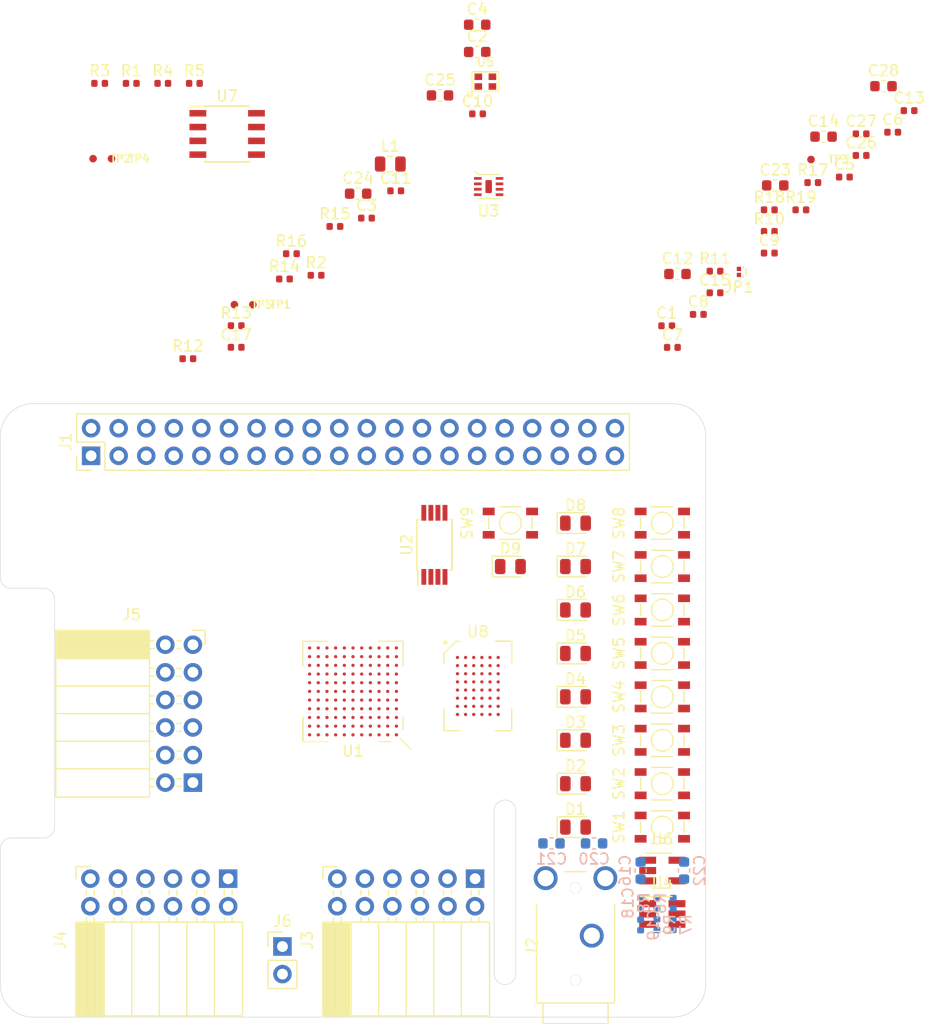
<source format=kicad_pcb>
(kicad_pcb (version 20171130) (host pcbnew 5.1.2+dfsg1-1)
  (layers (0 F.Cu signal) (1 In1.Cu power) (2 In2.Cu power) (31 B.Cu signal) (34 B.Paste user) (35 F.Paste user) (36 B.SilkS user) (37 F.SilkS user) (38 B.Mask user) (39 F.Mask user) (44 Edge.Cuts user))
  (net 0 "")
  (net 1 GND)
  (net 2 +1V2)
  (net 3 "Net-(C2-Pad2)")
  (net 4 "Net-(C2-Pad1)")
  (net 5 "Net-(C4-Pad2)")
  (net 6 "Net-(C4-Pad1)")
  (net 7 +3V3)
  (net 8 +5V)
  (net 9 "Net-(C13-Pad2)")
  (net 10 "Net-(C18-Pad1)")
  (net 11 "Net-(C19-Pad1)")
  (net 12 "Net-(C20-Pad1)")
  (net 13 "Net-(C21-Pad1)")
  (net 14 +3.3VDAC)
  (net 15 "Net-(D1-Pad1)")
  (net 16 /LED0)
  (net 17 /LED1)
  (net 18 "Net-(D2-Pad1)")
  (net 19 "Net-(D3-Pad1)")
  (net 20 /LED2)
  (net 21 /LED3)
  (net 22 "Net-(D4-Pad1)")
  (net 23 /LED4)
  (net 24 "Net-(D5-Pad1)")
  (net 25 "Net-(D6-Pad1)")
  (net 26 /LED5)
  (net 27 /LED6)
  (net 28 "Net-(D7-Pad1)")
  (net 29 "Net-(D8-Pad1)")
  (net 30 /LED7)
  (net 31 /GP13_FPGA_CDONE)
  (net 32 "Net-(J1-Pad3)")
  (net 33 "Net-(J1-Pad5)")
  (net 34 "Net-(J1-Pad7)")
  (net 35 /GP14_UART_TXD)
  (net 36 /GP15_UART_RXD)
  (net 37 "Net-(J1-Pad11)")
  (net 38 "Net-(J1-Pad12)")
  (net 39 /GP27_SDIO_DAT3)
  (net 40 /GP22_SDIO_CLK)
  (net 41 /GP23_SDIO_CMD)
  (net 42 /GP24_SDIO_DAT0)
  (net 43 /GP10_SPI_MOSI)
  (net 44 /GP9_SPI_MISO)
  (net 45 /GP25_SDIO_DAT1)
  (net 46 /GP11_SPI_SCK)
  (net 47 /GP8_SPI_~CS)
  (net 48 "Net-(J1-Pad26)")
  (net 49 /ID_SD)
  (net 50 /ID_SC)
  (net 51 "Net-(J1-Pad29)")
  (net 52 "Net-(J1-Pad31)")
  (net 53 /GP12_FPGA_~RST)
  (net 54 "Net-(J1-Pad35)")
  (net 55 "Net-(J1-Pad36)")
  (net 56 /GP26_SDIO_DAT2)
  (net 57 "Net-(J1-Pad38)")
  (net 58 "Net-(J1-Pad40)")
  (net 59 /IO0_0)
  (net 60 /IO0_1)
  (net 61 /IO0_2)
  (net 62 /IO0_3)
  (net 63 /IO0_4)
  (net 64 /IO0_5)
  (net 65 /IO0_6)
  (net 66 /IO0_7)
  (net 67 /IO1_7)
  (net 68 /IO1_6)
  (net 69 /IO1_5)
  (net 70 /IO1_4)
  (net 71 /IO1_3)
  (net 72 /IO1_2)
  (net 73 /IO1_1)
  (net 74 /IO1_0)
  (net 75 /IO2_0)
  (net 76 /IO2_1)
  (net 77 /IO2_2)
  (net 78 /IO2_3)
  (net 79 /IO2_4)
  (net 80 /IO2_5)
  (net 81 /IO2_6)
  (net 82 /IO2_7)
  (net 83 "Net-(JP1-Pad1)")
  (net 84 "Net-(L1-Pad1)")
  (net 85 "Net-(R6-Pad2)")
  (net 86 "Net-(R7-Pad2)")
  (net 87 /SW0)
  (net 88 /SW1)
  (net 89 /SW2)
  (net 90 /SW3)
  (net 91 /SW4)
  (net 92 /SW5)
  (net 93 /SW6)
  (net 94 /SW7)
  (net 95 /SRAM_DQ0)
  (net 96 /SRAM_DQ5)
  (net 97 /SRAM_DQ7)
  (net 98 /SRAM_DQ6)
  (net 99 /SRAM_DQ12)
  (net 100 /SRAM_A9)
  (net 101 /SRAM_A2)
  (net 102 /SRAM_A4)
  (net 103 /SRAM_A5)
  (net 104 /SRAM_A10)
  (net 105 /SRAM_DQ1)
  (net 106 /SRAM_DQ4)
  (net 107 /SRAM_DQ8)
  (net 108 /SRAM_DQ10)
  (net 109 /SRAM_DQ13)
  (net 110 /SRAM_DQ15)
  (net 111 /SRAM_A3)
  (net 112 /SRAM_A7)
  (net 113 /SRAM_A6)
  (net 114 /SRAM_A12)
  (net 115 /SRAM_DQ3)
  (net 116 /SRAM_DQ9)
  (net 117 /SRAM_DQ11)
  (net 118 /SRAM_A8)
  (net 119 /SRAM_A0)
  (net 120 /SRAM_A1)
  (net 121 /SRAM_A11)
  (net 122 /SRAM_A13)
  (net 123 /SRAM_A15)
  (net 124 /SRAM_DQ2)
  (net 125 /SRAM_DQ14)
  (net 126 /SRAM_A14)
  (net 127 /SRAM_A17)
  (net 128 /SRAM_A16)
  (net 129 /SRAM_~WE)
  (net 130 /SRAM_~OE)
  (net 131 /SRAM_~LB)
  (net 132 /SRAM_~UB)
  (net 133 /AUDIO_R_PWM)
  (net 134 "Net-(U1-PadB10)")
  (net 135 /CLK_OSC)
  (net 136 /AUDIO_L_PWM)
  (module fpga_hat:MOUNTHOLE_M2.5 (layer F.Cu) (at 161.5 83.5)
    (fp_text reference REF** hide)
    (fp_text value MOUNTHOLE_M2.5 hide)
    (pad "" np_thru_hole circle (at 0 0) (size 2.75 2.75) (drill 2.75) (layers *.Cu *.Mask) (thermal_gap 1.9))
  )
  (module fpga_hat:MOUNTHOLE_M2.5 (layer F.Cu) (at 161.5 133)
    (fp_text reference REF** hide)
    (fp_text value MOUNTHOLE_M2.5 hide)
    (pad "" np_thru_hole circle (at 0 0) (size 2.75 2.75) (drill 2.75) (layers *.Cu *.Mask) (thermal_gap 1.9))
  )
  (module fpga_hat:MOUNTHOLE_M2.5 (layer F.Cu) (at 103.5 133)
    (fp_text reference REF** hide)
    (fp_text value MOUNTHOLE_M2.5 hide)
    (pad "" np_thru_hole circle (at 0 0) (size 2.75 2.75) (drill 2.75) (layers *.Cu *.Mask) (thermal_gap 1.9))
  )
  (module fpga_hat:MOUNTHOLE_M2.5 (layer F.Cu) (at 103.5 83.5)
    (fp_text reference REF** hide)
    (fp_text value MOUNTHOLE_M2.5 hide)
    (pad "" np_thru_hole circle (at 0 0) (size 2.75 2.75) (drill 2.75) (layers *.Cu *.Mask) (thermal_gap 1.9))
  )
  (module Capacitor_SMD:C_0402_1005Metric (layer F.Cu) (at 161.405001 72.825001)
    (fp_text reference C1 (at 0 -1.17) (layer F.SilkS))
    (fp_text value 100n)
    (pad 2 smd roundrect (at 0.485 0) (size 0.59 0.64) (layers F.Cu F.Paste F.Mask) (net 1 GND))
    (pad 1 smd roundrect (at -0.485 0) (size 0.59 0.64) (layers F.Cu F.Paste F.Mask) (net 2 +1V2))
  )
  (module Capacitor_SMD:C_0603_1608Metric (layer F.Cu) (at 143.945001 47.605001)
    (fp_text reference C2 (at 0 -1.43) (layer F.SilkS))
    (fp_text value 4u7)
    (pad 2 smd roundrect (at 0.7875 0) (size 0.875 0.95) (layers F.Cu F.Paste F.Mask) (net 3 "Net-(C2-Pad2)"))
    (pad 1 smd roundrect (at -0.7875 0) (size 0.875 0.95) (layers F.Cu F.Paste F.Mask) (net 4 "Net-(C2-Pad1)"))
  )
  (module Capacitor_SMD:C_0402_1005Metric (layer F.Cu) (at 133.745001 62.905001)
    (fp_text reference C3 (at 0 -1.17) (layer F.SilkS))
    (fp_text value 100n)
    (pad 1 smd roundrect (at -0.485 0) (size 0.59 0.64) (layers F.Cu F.Paste F.Mask) (net 2 +1V2))
    (pad 2 smd roundrect (at 0.485 0) (size 0.59 0.64) (layers F.Cu F.Paste F.Mask) (net 1 GND))
  )
  (module Capacitor_SMD:C_0603_1608Metric (layer F.Cu) (at 143.945001 45.095001)
    (fp_text reference C4 (at 0 -1.43) (layer F.SilkS))
    (fp_text value 4u7)
    (pad 1 smd roundrect (at -0.7875 0) (size 0.875 0.95) (layers F.Cu F.Paste F.Mask) (net 6 "Net-(C4-Pad1)"))
    (pad 2 smd roundrect (at 0.7875 0) (size 0.875 0.95) (layers F.Cu F.Paste F.Mask) (net 5 "Net-(C4-Pad2)"))
  )
  (module Capacitor_SMD:C_0402_1005Metric (layer F.Cu) (at 177.775001 59.125001)
    (fp_text reference C5 (at 0 -1.17) (layer F.SilkS))
    (fp_text value 100n)
    (pad 1 smd roundrect (at -0.485 0) (size 0.59 0.64) (layers F.Cu F.Paste F.Mask) (net 2 +1V2))
    (pad 2 smd roundrect (at 0.485 0) (size 0.59 0.64) (layers F.Cu F.Paste F.Mask) (net 1 GND))
  )
  (module Capacitor_SMD:C_0402_1005Metric (layer F.Cu) (at 182.225001 54.995001)
    (fp_text reference C6 (at 0 -1.17) (layer F.SilkS))
    (fp_text value 100n)
    (pad 2 smd roundrect (at 0.485 0) (size 0.59 0.64) (layers F.Cu F.Paste F.Mask) (net 1 GND))
    (pad 1 smd roundrect (at -0.485 0) (size 0.59 0.64) (layers F.Cu F.Paste F.Mask) (net 2 +1V2))
  )
  (module Capacitor_SMD:C_0402_1005Metric (layer F.Cu) (at 161.925001 74.815001)
    (fp_text reference C7 (at 0 -1.17) (layer F.SilkS))
    (fp_text value 100n)
    (pad 2 smd roundrect (at 0.485 0) (size 0.59 0.64) (layers F.Cu F.Paste F.Mask) (net 1 GND))
    (pad 1 smd roundrect (at -0.485 0) (size 0.59 0.64) (layers F.Cu F.Paste F.Mask) (net 7 +3V3))
  )
  (module Capacitor_SMD:C_0402_1005Metric (layer F.Cu) (at 164.315001 71.775001)
    (fp_text reference C8 (at 0 -1.17) (layer F.SilkS))
    (fp_text value 100n)
    (pad 2 smd roundrect (at 0.485 0) (size 0.59 0.64) (layers F.Cu F.Paste F.Mask) (net 1 GND))
    (pad 1 smd roundrect (at -0.485 0) (size 0.59 0.64) (layers F.Cu F.Paste F.Mask) (net 7 +3V3))
  )
  (module Capacitor_SMD:C_0402_1005Metric (layer F.Cu) (at 170.855001 66.125001)
    (fp_text reference C9 (at 0 -1.17) (layer F.SilkS))
    (fp_text value 100n)
    (pad 2 smd roundrect (at 0.485 0) (size 0.59 0.64) (layers F.Cu F.Paste F.Mask) (net 1 GND))
    (pad 1 smd roundrect (at -0.485 0) (size 0.59 0.64) (layers F.Cu F.Paste F.Mask) (net 7 +3V3))
  )
  (module Capacitor_SMD:C_0402_1005Metric (layer F.Cu) (at 143.975001 53.305001)
    (fp_text reference C10 (at 0 -1.17) (layer F.SilkS))
    (fp_text value 100n)
    (pad 2 smd roundrect (at 0.485 0) (size 0.59 0.64) (layers F.Cu F.Paste F.Mask) (net 1 GND))
    (pad 1 smd roundrect (at -0.485 0) (size 0.59 0.64) (layers F.Cu F.Paste F.Mask) (net 7 +3V3))
  )
  (module Capacitor_SMD:C_0402_1005Metric (layer F.Cu) (at 136.435001 60.395001)
    (fp_text reference C11 (at 0 -1.17) (layer F.SilkS))
    (fp_text value 100n)
    (pad 1 smd roundrect (at -0.485 0) (size 0.59 0.64) (layers F.Cu F.Paste F.Mask) (net 7 +3V3))
    (pad 2 smd roundrect (at 0.485 0) (size 0.59 0.64) (layers F.Cu F.Paste F.Mask) (net 1 GND))
  )
  (module Capacitor_SMD:C_0603_1608Metric (layer F.Cu) (at 162.395001 68.055001)
    (fp_text reference C12 (at 0 -1.43) (layer F.SilkS))
    (fp_text value 4u7)
    (pad 2 smd roundrect (at 0.7875 0) (size 0.875 0.95) (layers F.Cu F.Paste F.Mask) (net 1 GND))
    (pad 1 smd roundrect (at -0.7875 0) (size 0.875 0.95) (layers F.Cu F.Paste F.Mask) (net 8 +5V))
  )
  (module Capacitor_SMD:C_0402_1005Metric (layer F.Cu) (at 183.735001 53.005001)
    (fp_text reference C13 (at 0 -1.17) (layer F.SilkS))
    (fp_text value 560p)
    (pad 1 smd roundrect (at -0.485 0) (size 0.59 0.64) (layers F.Cu F.Paste F.Mask) (net 2 +1V2))
    (pad 2 smd roundrect (at 0.485 0) (size 0.59 0.64) (layers F.Cu F.Paste F.Mask) (net 9 "Net-(C13-Pad2)"))
  )
  (module Capacitor_SMD:C_0603_1608Metric (layer F.Cu) (at 175.855001 55.405001)
    (fp_text reference C14 (at 0 -1.43) (layer F.SilkS))
    (fp_text value 4u7)
    (pad 2 smd roundrect (at 0.7875 0) (size 0.875 0.95) (layers F.Cu F.Paste F.Mask) (net 1 GND))
    (pad 1 smd roundrect (at -0.7875 0) (size 0.875 0.95) (layers F.Cu F.Paste F.Mask) (net 2 +1V2))
  )
  (module Capacitor_SMD:C_0402_1005Metric (layer F.Cu) (at 165.855001 69.785001)
    (fp_text reference C15 (at 0 -1.17) (layer F.SilkS))
    (fp_text value 100n)
    (pad 2 smd roundrect (at 0.485 0) (size 0.59 0.64) (layers F.Cu F.Paste F.Mask) (net 1 GND))
    (pad 1 smd roundrect (at -0.485 0) (size 0.59 0.64) (layers F.Cu F.Paste F.Mask) (net 7 +3V3))
  )
  (module Capacitor_SMD:C_0603_1608Metric (layer B.Cu) (at 159 123 270)
    (fp_text reference C16 (at 0 1.43 90) (layer B.SilkS) (effects (justify mirror)))
    (fp_text value 1u)
    (pad 1 smd roundrect (at -0.7875 0 270) (size 0.875 0.95) (layers B.Cu B.Paste B.Mask) (net 8 +5V))
    (pad 2 smd roundrect (at 0.7875 0 270) (size 0.875 0.95) (layers B.Cu B.Paste B.Mask) (net 1 GND))
  )
  (module Capacitor_SMD:C_0402_1005Metric (layer F.Cu) (at 121.735001 74.805001)
    (fp_text reference C17 (at 0 -1.17) (layer F.SilkS))
    (fp_text value 100n)
    (pad 1 smd roundrect (at -0.485 0) (size 0.59 0.64) (layers F.Cu F.Paste F.Mask) (net 7 +3V3))
    (pad 2 smd roundrect (at 0.485 0) (size 0.59 0.64) (layers F.Cu F.Paste F.Mask) (net 1 GND))
  )
  (module Capacitor_SMD:C_0402_1005Metric (layer B.Cu) (at 159 125.985 270)
    (fp_text reference C18 (at 0 1.17 90) (layer B.SilkS) (effects (justify mirror)))
    (fp_text value 100n)
    (pad 1 smd roundrect (at -0.485 0 270) (size 0.59 0.64) (layers B.Cu B.Paste B.Mask) (net 10 "Net-(C18-Pad1)"))
    (pad 2 smd roundrect (at 0.485 0 270) (size 0.59 0.64) (layers B.Cu B.Paste B.Mask) (net 1 GND))
  )
  (module Capacitor_SMD:C_0402_1005Metric (layer B.Cu) (at 159 128.015 90)
    (fp_text reference C19 (at 0 1.17 90) (layer B.SilkS) (effects (justify mirror)))
    (fp_text value 100n)
    (pad 1 smd roundrect (at -0.485 0 90) (size 0.59 0.64) (layers B.Cu B.Paste B.Mask) (net 11 "Net-(C19-Pad1)"))
    (pad 2 smd roundrect (at 0.485 0 90) (size 0.59 0.64) (layers B.Cu B.Paste B.Mask) (net 1 GND))
  )
  (module Capacitor_SMD:C_0603_1608Metric (layer B.Cu) (at 154.7125 120.5)
    (fp_text reference C20 (at 0 1.43) (layer B.SilkS) (effects (justify mirror)))
    (fp_text value 4u7)
    (pad 1 smd roundrect (at -0.7875 0) (size 0.875 0.95) (layers B.Cu B.Paste B.Mask) (net 12 "Net-(C20-Pad1)"))
    (pad 2 smd roundrect (at 0.7875 0) (size 0.875 0.95) (layers B.Cu B.Paste B.Mask) (net 10 "Net-(C18-Pad1)"))
  )
  (module Capacitor_SMD:C_0603_1608Metric (layer B.Cu) (at 150.7875 120.5)
    (fp_text reference C21 (at 0 1.43) (layer B.SilkS) (effects (justify mirror)))
    (fp_text value 4u7)
    (pad 1 smd roundrect (at -0.7875 0) (size 0.875 0.95) (layers B.Cu B.Paste B.Mask) (net 13 "Net-(C21-Pad1)"))
    (pad 2 smd roundrect (at 0.7875 0) (size 0.875 0.95) (layers B.Cu B.Paste B.Mask) (net 11 "Net-(C19-Pad1)"))
  )
  (module Capacitor_SMD:C_0603_1608Metric (layer B.Cu) (at 163 123 90)
    (fp_text reference C22 (at 0 1.43 90) (layer B.SilkS) (effects (justify mirror)))
    (fp_text value 1u)
    (pad 2 smd roundrect (at 0.7875 0 90) (size 0.875 0.95) (layers B.Cu B.Paste B.Mask) (net 1 GND))
    (pad 1 smd roundrect (at -0.7875 0 90) (size 0.875 0.95) (layers B.Cu B.Paste B.Mask) (net 14 +3.3VDAC))
  )
  (module Capacitor_SMD:C_0603_1608Metric (layer F.Cu) (at 171.405001 59.895001)
    (fp_text reference C23 (at 0 -1.43) (layer F.SilkS))
    (fp_text value 1u)
    (pad 2 smd roundrect (at 0.7875 0) (size 0.875 0.95) (layers F.Cu F.Paste F.Mask) (net 1 GND))
    (pad 1 smd roundrect (at -0.7875 0) (size 0.875 0.95) (layers F.Cu F.Paste F.Mask) (net 7 +3V3))
  )
  (module Capacitor_SMD:C_0603_1608Metric (layer F.Cu) (at 132.975001 60.655001)
    (fp_text reference C24 (at 0 -1.43) (layer F.SilkS))
    (fp_text value 1u)
    (pad 1 smd roundrect (at -0.7875 0) (size 0.875 0.95) (layers F.Cu F.Paste F.Mask) (net 7 +3V3))
    (pad 2 smd roundrect (at 0.7875 0) (size 0.875 0.95) (layers F.Cu F.Paste F.Mask) (net 1 GND))
  )
  (module Capacitor_SMD:C_0603_1608Metric (layer F.Cu) (at 140.515001 51.605001)
    (fp_text reference C25 (at 0 -1.43) (layer F.SilkS))
    (fp_text value 1u)
    (pad 2 smd roundrect (at 0.7875 0) (size 0.875 0.95) (layers F.Cu F.Paste F.Mask) (net 1 GND))
    (pad 1 smd roundrect (at -0.7875 0) (size 0.875 0.95) (layers F.Cu F.Paste F.Mask) (net 7 +3V3))
  )
  (module Capacitor_SMD:C_0402_1005Metric (layer F.Cu) (at 179.315001 57.135001)
    (fp_text reference C26 (at 0 -1.17) (layer F.SilkS))
    (fp_text value 100n)
    (pad 1 smd roundrect (at -0.485 0) (size 0.59 0.64) (layers F.Cu F.Paste F.Mask) (net 7 +3V3))
    (pad 2 smd roundrect (at 0.485 0) (size 0.59 0.64) (layers F.Cu F.Paste F.Mask) (net 1 GND))
  )
  (module Capacitor_SMD:C_0402_1005Metric (layer F.Cu) (at 179.315001 55.145001)
    (fp_text reference C27 (at 0 -1.17) (layer F.SilkS))
    (fp_text value 100n)
    (pad 2 smd roundrect (at 0.485 0) (size 0.59 0.64) (layers F.Cu F.Paste F.Mask) (net 1 GND))
    (pad 1 smd roundrect (at -0.485 0) (size 0.59 0.64) (layers F.Cu F.Paste F.Mask) (net 7 +3V3))
  )
  (module Capacitor_SMD:C_0603_1608Metric (layer F.Cu) (at 181.375001 50.755001)
    (fp_text reference C28 (at 0 -1.43) (layer F.SilkS))
    (fp_text value 1u)
    (pad 1 smd roundrect (at -0.7875 0) (size 0.875 0.95) (layers F.Cu F.Paste F.Mask) (net 8 +5V))
    (pad 2 smd roundrect (at 0.7875 0) (size 0.875 0.95) (layers F.Cu F.Paste F.Mask) (net 1 GND))
  )
  (module LED_SMD:LED_0805_2012Metric (layer F.Cu) (at 153 119)
    (fp_text reference D1 (at 0 -1.65) (layer F.SilkS))
    (fp_text value LED)
    (pad 1 smd roundrect (at -0.9375 0) (size 0.975 1.4) (layers F.Cu F.Paste F.Mask) (net 15 "Net-(D1-Pad1)"))
    (pad 2 smd roundrect (at 0.9375 0) (size 0.975 1.4) (layers F.Cu F.Paste F.Mask) (net 16 /LED0))
  )
  (module LED_SMD:LED_0805_2012Metric (layer F.Cu) (at 153 115)
    (fp_text reference D2 (at 0 -1.65) (layer F.SilkS))
    (fp_text value LED)
    (pad 1 smd roundrect (at -0.9375 0) (size 0.975 1.4) (layers F.Cu F.Paste F.Mask) (net 18 "Net-(D2-Pad1)"))
    (pad 2 smd roundrect (at 0.9375 0) (size 0.975 1.4) (layers F.Cu F.Paste F.Mask) (net 17 /LED1))
  )
  (module LED_SMD:LED_0805_2012Metric (layer F.Cu) (at 153 111)
    (fp_text reference D3 (at 0 -1.65) (layer F.SilkS))
    (fp_text value LED)
    (pad 2 smd roundrect (at 0.9375 0) (size 0.975 1.4) (layers F.Cu F.Paste F.Mask) (net 20 /LED2))
    (pad 1 smd roundrect (at -0.9375 0) (size 0.975 1.4) (layers F.Cu F.Paste F.Mask) (net 19 "Net-(D3-Pad1)"))
  )
  (module LED_SMD:LED_0805_2012Metric (layer F.Cu) (at 153 107)
    (fp_text reference D4 (at 0 -1.65) (layer F.SilkS))
    (fp_text value LED)
    (pad 1 smd roundrect (at -0.9375 0) (size 0.975 1.4) (layers F.Cu F.Paste F.Mask) (net 22 "Net-(D4-Pad1)"))
    (pad 2 smd roundrect (at 0.9375 0) (size 0.975 1.4) (layers F.Cu F.Paste F.Mask) (net 21 /LED3))
  )
  (module LED_SMD:LED_0805_2012Metric (layer F.Cu) (at 153 103)
    (fp_text reference D5 (at 0 -1.65) (layer F.SilkS))
    (fp_text value LED)
    (pad 2 smd roundrect (at 0.9375 0) (size 0.975 1.4) (layers F.Cu F.Paste F.Mask) (net 23 /LED4))
    (pad 1 smd roundrect (at -0.9375 0) (size 0.975 1.4) (layers F.Cu F.Paste F.Mask) (net 24 "Net-(D5-Pad1)"))
  )
  (module LED_SMD:LED_0805_2012Metric (layer F.Cu) (at 153 99)
    (fp_text reference D6 (at 0 -1.65) (layer F.SilkS))
    (fp_text value LED)
    (pad 1 smd roundrect (at -0.9375 0) (size 0.975 1.4) (layers F.Cu F.Paste F.Mask) (net 25 "Net-(D6-Pad1)"))
    (pad 2 smd roundrect (at 0.9375 0) (size 0.975 1.4) (layers F.Cu F.Paste F.Mask) (net 26 /LED5))
  )
  (module LED_SMD:LED_0805_2012Metric (layer F.Cu) (at 153 95)
    (fp_text reference D7 (at 0 -1.65) (layer F.SilkS))
    (fp_text value LED)
    (pad 2 smd roundrect (at 0.9375 0) (size 0.975 1.4) (layers F.Cu F.Paste F.Mask) (net 27 /LED6))
    (pad 1 smd roundrect (at -0.9375 0) (size 0.975 1.4) (layers F.Cu F.Paste F.Mask) (net 28 "Net-(D7-Pad1)"))
  )
  (module LED_SMD:LED_0805_2012Metric (layer F.Cu) (at 153 91)
    (fp_text reference D8 (at 0 -1.65) (layer F.SilkS))
    (fp_text value LED)
    (pad 1 smd roundrect (at -0.9375 0) (size 0.975 1.4) (layers F.Cu F.Paste F.Mask) (net 29 "Net-(D8-Pad1)"))
    (pad 2 smd roundrect (at 0.9375 0) (size 0.975 1.4) (layers F.Cu F.Paste F.Mask) (net 30 /LED7))
  )
  (module LED_SMD:LED_0805_2012Metric (layer F.Cu) (at 147 95)
    (fp_text reference D9 (at 0 -1.65) (layer F.SilkS))
    (fp_text value LED)
    (pad 2 smd roundrect (at 0.9375 0) (size 0.975 1.4) (layers F.Cu F.Paste F.Mask) (net 31 /GP13_FPGA_CDONE))
    (pad 1 smd roundrect (at -0.9375 0) (size 0.975 1.4) (layers F.Cu F.Paste F.Mask) (net 1 GND))
  )
  (module Connector_PinHeader_2.54mm:PinHeader_2x20_P2.54mm_Vertical (layer F.Cu) (at 108.37 84.8 90)
    (fp_text reference J1 (at 1.27 -2.33 90) (layer F.SilkS))
    (fp_text value 2x20)
    (pad 1 thru_hole rect (at 0 0 90) (size 1.7 1.7) (drill 1) (layers *.Cu *.Mask) (net 7 +3V3))
    (pad 2 thru_hole oval (at 2.54 0 90) (size 1.7 1.7) (drill 1) (layers *.Cu *.Mask) (net 8 +5V))
    (pad 3 thru_hole oval (at 0 2.54 90) (size 1.7 1.7) (drill 1) (layers *.Cu *.Mask) (net 32 "Net-(J1-Pad3)"))
    (pad 4 thru_hole oval (at 2.54 2.54 90) (size 1.7 1.7) (drill 1) (layers *.Cu *.Mask) (net 8 +5V))
    (pad 5 thru_hole oval (at 0 5.08 90) (size 1.7 1.7) (drill 1) (layers *.Cu *.Mask) (net 33 "Net-(J1-Pad5)"))
    (pad 6 thru_hole oval (at 2.54 5.08 90) (size 1.7 1.7) (drill 1) (layers *.Cu *.Mask) (net 1 GND))
    (pad 7 thru_hole oval (at 0 7.62 90) (size 1.7 1.7) (drill 1) (layers *.Cu *.Mask) (net 34 "Net-(J1-Pad7)"))
    (pad 8 thru_hole oval (at 2.54 7.62 90) (size 1.7 1.7) (drill 1) (layers *.Cu *.Mask) (net 35 /GP14_UART_TXD))
    (pad 9 thru_hole oval (at 0 10.16 90) (size 1.7 1.7) (drill 1) (layers *.Cu *.Mask) (net 1 GND))
    (pad 10 thru_hole oval (at 2.54 10.16 90) (size 1.7 1.7) (drill 1) (layers *.Cu *.Mask) (net 36 /GP15_UART_RXD))
    (pad 11 thru_hole oval (at 0 12.7 90) (size 1.7 1.7) (drill 1) (layers *.Cu *.Mask) (net 37 "Net-(J1-Pad11)"))
    (pad 12 thru_hole oval (at 2.54 12.7 90) (size 1.7 1.7) (drill 1) (layers *.Cu *.Mask) (net 38 "Net-(J1-Pad12)"))
    (pad 13 thru_hole oval (at 0 15.24 90) (size 1.7 1.7) (drill 1) (layers *.Cu *.Mask) (net 39 /GP27_SDIO_DAT3))
    (pad 14 thru_hole oval (at 2.54 15.24 90) (size 1.7 1.7) (drill 1) (layers *.Cu *.Mask) (net 1 GND))
    (pad 15 thru_hole oval (at 0 17.78 90) (size 1.7 1.7) (drill 1) (layers *.Cu *.Mask) (net 40 /GP22_SDIO_CLK))
    (pad 16 thru_hole oval (at 2.54 17.78 90) (size 1.7 1.7) (drill 1) (layers *.Cu *.Mask) (net 41 /GP23_SDIO_CMD))
    (pad 17 thru_hole oval (at 0 20.32 90) (size 1.7 1.7) (drill 1) (layers *.Cu *.Mask) (net 7 +3V3))
    (pad 18 thru_hole oval (at 2.54 20.32 90) (size 1.7 1.7) (drill 1) (layers *.Cu *.Mask) (net 42 /GP24_SDIO_DAT0))
    (pad 19 thru_hole oval (at 0 22.86 90) (size 1.7 1.7) (drill 1) (layers *.Cu *.Mask) (net 43 /GP10_SPI_MOSI))
    (pad 20 thru_hole oval (at 2.54 22.86 90) (size 1.7 1.7) (drill 1) (layers *.Cu *.Mask) (net 1 GND))
    (pad 21 thru_hole oval (at 0 25.4 90) (size 1.7 1.7) (drill 1) (layers *.Cu *.Mask) (net 44 /GP9_SPI_MISO))
    (pad 22 thru_hole oval (at 2.54 25.4 90) (size 1.7 1.7) (drill 1) (layers *.Cu *.Mask) (net 45 /GP25_SDIO_DAT1))
    (pad 23 thru_hole oval (at 0 27.94 90) (size 1.7 1.7) (drill 1) (layers *.Cu *.Mask) (net 46 /GP11_SPI_SCK))
    (pad 24 thru_hole oval (at 2.54 27.94 90) (size 1.7 1.7) (drill 1) (layers *.Cu *.Mask) (net 47 /GP8_SPI_~CS))
    (pad 25 thru_hole oval (at 0 30.48 90) (size 1.7 1.7) (drill 1) (layers *.Cu *.Mask) (net 1 GND))
    (pad 26 thru_hole oval (at 2.54 30.48 90) (size 1.7 1.7) (drill 1) (layers *.Cu *.Mask) (net 48 "Net-(J1-Pad26)"))
    (pad 27 thru_hole oval (at 0 33.02 90) (size 1.7 1.7) (drill 1) (layers *.Cu *.Mask) (net 49 /ID_SD))
    (pad 28 thru_hole oval (at 2.54 33.02 90) (size 1.7 1.7) (drill 1) (layers *.Cu *.Mask) (net 50 /ID_SC))
    (pad 29 thru_hole oval (at 0 35.56 90) (size 1.7 1.7) (drill 1) (layers *.Cu *.Mask) (net 51 "Net-(J1-Pad29)"))
    (pad 30 thru_hole oval (at 2.54 35.56 90) (size 1.7 1.7) (drill 1) (layers *.Cu *.Mask) (net 1 GND))
    (pad 31 thru_hole oval (at 0 38.1 90) (size 1.7 1.7) (drill 1) (layers *.Cu *.Mask) (net 52 "Net-(J1-Pad31)"))
    (pad 32 thru_hole oval (at 2.54 38.1 90) (size 1.7 1.7) (drill 1) (layers *.Cu *.Mask) (net 53 /GP12_FPGA_~RST))
    (pad 33 thru_hole oval (at 0 40.64 90) (size 1.7 1.7) (drill 1) (layers *.Cu *.Mask) (net 31 /GP13_FPGA_CDONE))
    (pad 34 thru_hole oval (at 2.54 40.64 90) (size 1.7 1.7) (drill 1) (layers *.Cu *.Mask) (net 1 GND))
    (pad 35 thru_hole oval (at 0 43.18 90) (size 1.7 1.7) (drill 1) (layers *.Cu *.Mask) (net 54 "Net-(J1-Pad35)"))
    (pad 36 thru_hole oval (at 2.54 43.18 90) (size 1.7 1.7) (drill 1) (layers *.Cu *.Mask) (net 55 "Net-(J1-Pad36)"))
    (pad 37 thru_hole oval (at 0 45.72 90) (size 1.7 1.7) (drill 1) (layers *.Cu *.Mask) (net 56 /GP26_SDIO_DAT2))
    (pad 38 thru_hole oval (at 2.54 45.72 90) (size 1.7 1.7) (drill 1) (layers *.Cu *.Mask) (net 57 "Net-(J1-Pad38)"))
    (pad 39 thru_hole oval (at 0 48.26 90) (size 1.7 1.7) (drill 1) (layers *.Cu *.Mask) (net 1 GND))
    (pad 40 thru_hole oval (at 2.54 48.26 90) (size 1.7 1.7) (drill 1) (layers *.Cu *.Mask) (net 58 "Net-(J1-Pad40)"))
  )
  (module fpga_hat:STX-3000_TRS_3.5mm (layer F.Cu) (at 153 129 90)
    (fp_text reference J2 (at -1 -4 90) (layer F.SilkS))
    (fp_text value AudioJack3)
    (pad ~ thru_hole circle (at -4.1 0 90) (size 1 1) (drill 1) (layers *.Cu *.Mask))
    (pad ~ thru_hole circle (at 4.4 0 90) (size 1 1) (drill 1) (layers *.Cu *.Mask))
    (pad S thru_hole circle (at 0 1.5 90) (size 2.2 2.2) (drill 1.5) (layers *.Cu *.Mask) (net 1 GND))
    (pad R thru_hole circle (at 5.3 -2.75 90) (size 2.2 2.2) (drill 1.5) (layers *.Cu *.Mask) (net 13 "Net-(C21-Pad1)"))
    (pad T thru_hole circle (at 5.3 2.75 90) (size 2.2 2.2) (drill 1.5) (layers *.Cu *.Mask) (net 12 "Net-(C20-Pad1)"))
  )
  (module fpga_hat:PinSocket_2x06_P2.54mm_Horizontal (layer F.Cu) (at 143.75 123.75 90)
    (fp_text reference J3 (at -5.65 -15.47 90) (layer F.SilkS))
    (fp_text value Conn_02x06_Top_Bottom)
    (pad 6 thru_hole circle (at 0 -12.7 90) (size 1.7 1.7) (drill 1) (layers *.Cu *.Mask) (net 7 +3V3))
    (pad 12 thru_hole oval (at -2.54 -12.7 90) (size 1.7 1.7) (drill 1) (layers *.Cu *.Mask) (net 7 +3V3))
    (pad 5 thru_hole oval (at 0 -10.16 90) (size 1.7 1.7) (drill 1) (layers *.Cu *.Mask) (net 1 GND))
    (pad 11 thru_hole oval (at -2.54 -10.16 90) (size 1.7 1.7) (drill 1) (layers *.Cu *.Mask) (net 1 GND))
    (pad 4 thru_hole oval (at 0 -7.62 90) (size 1.7 1.7) (drill 1) (layers *.Cu *.Mask) (net 62 /IO0_3))
    (pad 10 thru_hole oval (at -2.54 -7.62 90) (size 1.7 1.7) (drill 1) (layers *.Cu *.Mask) (net 66 /IO0_7))
    (pad 3 thru_hole oval (at 0 -5.08 90) (size 1.7 1.7) (drill 1) (layers *.Cu *.Mask) (net 61 /IO0_2))
    (pad 9 thru_hole oval (at -2.54 -5.08 90) (size 1.7 1.7) (drill 1) (layers *.Cu *.Mask) (net 65 /IO0_6))
    (pad 2 thru_hole oval (at 0 -2.54 90) (size 1.7 1.7) (drill 1) (layers *.Cu *.Mask) (net 60 /IO0_1))
    (pad 8 thru_hole oval (at -2.54 -2.54 90) (size 1.7 1.7) (drill 1) (layers *.Cu *.Mask) (net 64 /IO0_5))
    (pad 1 thru_hole rect (at 0 0 90) (size 1.7 1.7) (drill 1) (layers *.Cu *.Mask) (net 59 /IO0_0))
    (pad 7 thru_hole oval (at -2.54 0 90) (size 1.7 1.7) (drill 1) (layers *.Cu *.Mask) (net 63 /IO0_4))
  )
  (module fpga_hat:PinSocket_2x06_P2.54mm_Horizontal (layer F.Cu) (at 121 123.75 90)
    (fp_text reference J4 (at -5.65 -15.47 90) (layer F.SilkS))
    (fp_text value Conn_02x06_Top_Bottom)
    (pad 7 thru_hole oval (at -2.54 0 90) (size 1.7 1.7) (drill 1) (layers *.Cu *.Mask) (net 70 /IO1_4))
    (pad 1 thru_hole rect (at 0 0 90) (size 1.7 1.7) (drill 1) (layers *.Cu *.Mask) (net 74 /IO1_0))
    (pad 8 thru_hole oval (at -2.54 -2.54 90) (size 1.7 1.7) (drill 1) (layers *.Cu *.Mask) (net 69 /IO1_5))
    (pad 2 thru_hole oval (at 0 -2.54 90) (size 1.7 1.7) (drill 1) (layers *.Cu *.Mask) (net 73 /IO1_1))
    (pad 9 thru_hole oval (at -2.54 -5.08 90) (size 1.7 1.7) (drill 1) (layers *.Cu *.Mask) (net 68 /IO1_6))
    (pad 3 thru_hole oval (at 0 -5.08 90) (size 1.7 1.7) (drill 1) (layers *.Cu *.Mask) (net 72 /IO1_2))
    (pad 10 thru_hole oval (at -2.54 -7.62 90) (size 1.7 1.7) (drill 1) (layers *.Cu *.Mask) (net 67 /IO1_7))
    (pad 4 thru_hole oval (at 0 -7.62 90) (size 1.7 1.7) (drill 1) (layers *.Cu *.Mask) (net 71 /IO1_3))
    (pad 11 thru_hole oval (at -2.54 -10.16 90) (size 1.7 1.7) (drill 1) (layers *.Cu *.Mask) (net 1 GND))
    (pad 5 thru_hole oval (at 0 -10.16 90) (size 1.7 1.7) (drill 1) (layers *.Cu *.Mask) (net 1 GND))
    (pad 12 thru_hole oval (at -2.54 -12.7 90) (size 1.7 1.7) (drill 1) (layers *.Cu *.Mask) (net 7 +3V3))
    (pad 6 thru_hole circle (at 0 -12.7 90) (size 1.7 1.7) (drill 1) (layers *.Cu *.Mask) (net 7 +3V3))
  )
  (module fpga_hat:PinSocket_2x06_P2.54mm_Horizontal (layer F.Cu) (at 117.75 114.9)
    (fp_text reference J5 (at -5.65 -15.47) (layer F.SilkS))
    (fp_text value Conn_02x06_Top_Bottom)
    (pad 6 thru_hole circle (at 0 -12.7) (size 1.7 1.7) (drill 1) (layers *.Cu *.Mask) (net 7 +3V3))
    (pad 12 thru_hole oval (at -2.54 -12.7) (size 1.7 1.7) (drill 1) (layers *.Cu *.Mask) (net 7 +3V3))
    (pad 5 thru_hole oval (at 0 -10.16) (size 1.7 1.7) (drill 1) (layers *.Cu *.Mask) (net 1 GND))
    (pad 11 thru_hole oval (at -2.54 -10.16) (size 1.7 1.7) (drill 1) (layers *.Cu *.Mask) (net 1 GND))
    (pad 4 thru_hole oval (at 0 -7.62) (size 1.7 1.7) (drill 1) (layers *.Cu *.Mask) (net 78 /IO2_3))
    (pad 10 thru_hole oval (at -2.54 -7.62) (size 1.7 1.7) (drill 1) (layers *.Cu *.Mask) (net 82 /IO2_7))
    (pad 3 thru_hole oval (at 0 -5.08) (size 1.7 1.7) (drill 1) (layers *.Cu *.Mask) (net 77 /IO2_2))
    (pad 9 thru_hole oval (at -2.54 -5.08) (size 1.7 1.7) (drill 1) (layers *.Cu *.Mask) (net 81 /IO2_6))
    (pad 2 thru_hole oval (at 0 -2.54) (size 1.7 1.7) (drill 1) (layers *.Cu *.Mask) (net 76 /IO2_1))
    (pad 8 thru_hole oval (at -2.54 -2.54) (size 1.7 1.7) (drill 1) (layers *.Cu *.Mask) (net 80 /IO2_5))
    (pad 1 thru_hole rect (at 0 0) (size 1.7 1.7) (drill 1) (layers *.Cu *.Mask) (net 75 /IO2_0))
    (pad 7 thru_hole oval (at -2.54 0) (size 1.7 1.7) (drill 1) (layers *.Cu *.Mask) (net 79 /IO2_4))
  )
  (module Connector_PinHeader_2.54mm:PinHeader_1x02_P2.54mm_Vertical (layer F.Cu) (at 126 130)
    (fp_text reference J6 (at 0 -2.33) (layer F.SilkS))
    (fp_text value Conn_01x02)
    (pad 1 thru_hole rect (at 0 0) (size 1.7 1.7) (drill 1) (layers *.Cu *.Mask) (net 8 +5V))
    (pad 2 thru_hole oval (at 0 2.54) (size 1.7 1.7) (drill 1) (layers *.Cu *.Mask) (net 1 GND))
  )
  (module fpga_hat:SOLDER_JUMP (layer F.Cu) (at 168.06 67.860001)
    (fp_text reference JP1 (at 0 1.4) (layer F.SilkS))
    (fp_text value "Solder jumper")
    (pad 1 smd rect (at 0 -0.275) (size 0.4 0.4) (layers F.Cu F.Paste F.Mask) (net 83 "Net-(JP1-Pad1)"))
    (pad 2 smd rect (at 0 0.275) (size 0.4 0.4) (layers F.Cu F.Paste F.Mask) (net 1 GND))
  )
  (module Inductor_SMD:L_0805_2012Metric (layer F.Cu) (at 135.935001 57.925001)
    (fp_text reference L1 (at 0 -1.65) (layer F.SilkS))
    (fp_text value 1u)
    (pad 1 smd roundrect (at -0.9375 0) (size 0.975 1.4) (layers F.Cu F.Paste F.Mask) (net 84 "Net-(L1-Pad1)"))
    (pad 2 smd roundrect (at 0.9375 0) (size 0.975 1.4) (layers F.Cu F.Paste F.Mask) (net 2 +1V2))
  )
  (module Resistor_SMD:R_0402_1005Metric (layer F.Cu) (at 112.065001 50.495001)
    (fp_text reference R1 (at 0 -1.17) (layer F.SilkS))
    (fp_text value 100)
    (pad 1 smd roundrect (at -0.485 0) (size 0.59 0.64) (layers F.Cu F.Paste F.Mask) (net 6 "Net-(C4-Pad1)"))
    (pad 2 smd roundrect (at 0.485 0) (size 0.59 0.64) (layers F.Cu F.Paste F.Mask) (net 2 +1V2))
  )
  (module Resistor_SMD:R_0402_1005Metric (layer F.Cu) (at 129.095001 68.175001)
    (fp_text reference R2 (at 0 -1.17) (layer F.SilkS))
    (fp_text value 100)
    (pad 2 smd roundrect (at 0.485 0) (size 0.59 0.64) (layers F.Cu F.Paste F.Mask) (net 2 +1V2))
    (pad 1 smd roundrect (at -0.485 0) (size 0.59 0.64) (layers F.Cu F.Paste F.Mask) (net 4 "Net-(C2-Pad1)"))
  )
  (module Resistor_SMD:R_0402_1005Metric (layer F.Cu) (at 109.155001 50.495001)
    (fp_text reference R3 (at 0 -1.17) (layer F.SilkS))
    (fp_text value 470)
    (pad 1 smd roundrect (at -0.485 0) (size 0.59 0.64) (layers F.Cu F.Paste F.Mask) (net 7 +3V3))
    (pad 2 smd roundrect (at 0.485 0) (size 0.59 0.64) (layers F.Cu F.Paste F.Mask) (net 83 "Net-(JP1-Pad1)"))
  )
  (module Resistor_SMD:R_0402_1005Metric (layer F.Cu) (at 114.975001 50.495001)
    (fp_text reference R4 (at 0 -1.17) (layer F.SilkS))
    (fp_text value 4k7)
    (pad 1 smd roundrect (at -0.485 0) (size 0.59 0.64) (layers F.Cu F.Paste F.Mask) (net 7 +3V3))
    (pad 2 smd roundrect (at 0.485 0) (size 0.59 0.64) (layers F.Cu F.Paste F.Mask) (net 50 /ID_SC))
  )
  (module Resistor_SMD:R_0402_1005Metric (layer F.Cu) (at 117.885001 50.495001)
    (fp_text reference R5 (at 0 -1.17) (layer F.SilkS))
    (fp_text value 4k7)
    (pad 2 smd roundrect (at 0.485 0) (size 0.59 0.64) (layers F.Cu F.Paste F.Mask) (net 50 /ID_SC))
    (pad 1 smd roundrect (at -0.485 0) (size 0.59 0.64) (layers F.Cu F.Paste F.Mask) (net 7 +3V3))
  )
  (module Resistor_SMD:R_0402_1005Metric (layer B.Cu) (at 162 126.015 270)
    (fp_text reference R6 (at 0 1.17 90) (layer B.SilkS) (effects (justify mirror)))
    (fp_text value 220)
    (pad 2 smd roundrect (at 0.485 0 270) (size 0.59 0.64) (layers B.Cu B.Paste B.Mask) (net 85 "Net-(R6-Pad2)"))
    (pad 1 smd roundrect (at -0.485 0 270) (size 0.59 0.64) (layers B.Cu B.Paste B.Mask) (net 10 "Net-(C18-Pad1)"))
  )
  (module Resistor_SMD:R_0402_1005Metric (layer B.Cu) (at 162 127.985 90)
    (fp_text reference R7 (at 0 1.17 90) (layer B.SilkS) (effects (justify mirror)))
    (fp_text value 220)
    (pad 2 smd roundrect (at 0.485 0 90) (size 0.59 0.64) (layers B.Cu B.Paste B.Mask) (net 86 "Net-(R7-Pad2)"))
    (pad 1 smd roundrect (at -0.485 0 90) (size 0.59 0.64) (layers B.Cu B.Paste B.Mask) (net 11 "Net-(C19-Pad1)"))
  )
  (module Resistor_SMD:R_0402_1005Metric (layer B.Cu) (at 160.5 125.985 270)
    (fp_text reference R8 (at 0 1.17 90) (layer B.SilkS) (effects (justify mirror)))
    (fp_text value 100)
    (pad 1 smd roundrect (at -0.485 0 270) (size 0.59 0.64) (layers B.Cu B.Paste B.Mask) (net 10 "Net-(C18-Pad1)"))
    (pad 2 smd roundrect (at 0.485 0 270) (size 0.59 0.64) (layers B.Cu B.Paste B.Mask) (net 1 GND))
  )
  (module Resistor_SMD:R_0402_1005Metric (layer B.Cu) (at 160.5 127.985 90)
    (fp_text reference R9 (at 0 1.17 90) (layer B.SilkS) (effects (justify mirror)))
    (fp_text value 100)
    (pad 1 smd roundrect (at -0.485 0 90) (size 0.59 0.64) (layers B.Cu B.Paste B.Mask) (net 11 "Net-(C19-Pad1)"))
    (pad 2 smd roundrect (at 0.485 0 90) (size 0.59 0.64) (layers B.Cu B.Paste B.Mask) (net 1 GND))
  )
  (module Resistor_SMD:R_0402_1005Metric (layer F.Cu) (at 170.855001 64.135001)
    (fp_text reference R10 (at 0 -1.17) (layer F.SilkS))
    (fp_text value 470)
    (pad 1 smd roundrect (at -0.485 0) (size 0.59 0.64) (layers F.Cu F.Paste F.Mask) (net 1 GND))
    (pad 2 smd roundrect (at 0.485 0) (size 0.59 0.64) (layers F.Cu F.Paste F.Mask) (net 15 "Net-(D1-Pad1)"))
  )
  (module Resistor_SMD:R_0402_1005Metric (layer F.Cu) (at 165.855001 67.795001)
    (fp_text reference R11 (at 0 -1.17) (layer F.SilkS))
    (fp_text value 470)
    (pad 1 smd roundrect (at -0.485 0) (size 0.59 0.64) (layers F.Cu F.Paste F.Mask) (net 1 GND))
    (pad 2 smd roundrect (at 0.485 0) (size 0.59 0.64) (layers F.Cu F.Paste F.Mask) (net 18 "Net-(D2-Pad1)"))
  )
  (module Resistor_SMD:R_0402_1005Metric (layer F.Cu) (at 117.285001 75.855001)
    (fp_text reference R12 (at 0 -1.17) (layer F.SilkS))
    (fp_text value 470)
    (pad 2 smd roundrect (at 0.485 0) (size 0.59 0.64) (layers F.Cu F.Paste F.Mask) (net 19 "Net-(D3-Pad1)"))
    (pad 1 smd roundrect (at -0.485 0) (size 0.59 0.64) (layers F.Cu F.Paste F.Mask) (net 1 GND))
  )
  (module Resistor_SMD:R_0402_1005Metric (layer F.Cu) (at 121.735001 72.815001)
    (fp_text reference R13 (at 0 -1.17) (layer F.SilkS))
    (fp_text value 470)
    (pad 1 smd roundrect (at -0.485 0) (size 0.59 0.64) (layers F.Cu F.Paste F.Mask) (net 1 GND))
    (pad 2 smd roundrect (at 0.485 0) (size 0.59 0.64) (layers F.Cu F.Paste F.Mask) (net 22 "Net-(D4-Pad1)"))
  )
  (module Resistor_SMD:R_0402_1005Metric (layer F.Cu) (at 126.185001 68.515001)
    (fp_text reference R14 (at 0 -1.17) (layer F.SilkS))
    (fp_text value 470)
    (pad 2 smd roundrect (at 0.485 0) (size 0.59 0.64) (layers F.Cu F.Paste F.Mask) (net 24 "Net-(D5-Pad1)"))
    (pad 1 smd roundrect (at -0.485 0) (size 0.59 0.64) (layers F.Cu F.Paste F.Mask) (net 1 GND))
  )
  (module Resistor_SMD:R_0402_1005Metric (layer F.Cu) (at 130.835001 63.675001)
    (fp_text reference R15 (at 0 -1.17) (layer F.SilkS))
    (fp_text value 470)
    (pad 2 smd roundrect (at 0.485 0) (size 0.59 0.64) (layers F.Cu F.Paste F.Mask) (net 25 "Net-(D6-Pad1)"))
    (pad 1 smd roundrect (at -0.485 0) (size 0.59 0.64) (layers F.Cu F.Paste F.Mask) (net 1 GND))
  )
  (module Resistor_SMD:R_0402_1005Metric (layer F.Cu) (at 126.825001 66.185001)
    (fp_text reference R16 (at 0 -1.17) (layer F.SilkS))
    (fp_text value 470)
    (pad 1 smd roundrect (at -0.485 0) (size 0.59 0.64) (layers F.Cu F.Paste F.Mask) (net 1 GND))
    (pad 2 smd roundrect (at 0.485 0) (size 0.59 0.64) (layers F.Cu F.Paste F.Mask) (net 28 "Net-(D7-Pad1)"))
  )
  (module Resistor_SMD:R_0402_1005Metric (layer F.Cu) (at 174.865001 59.635001)
    (fp_text reference R17 (at 0 -1.17) (layer F.SilkS))
    (fp_text value 470)
    (pad 2 smd roundrect (at 0.485 0) (size 0.59 0.64) (layers F.Cu F.Paste F.Mask) (net 29 "Net-(D8-Pad1)"))
    (pad 1 smd roundrect (at -0.485 0) (size 0.59 0.64) (layers F.Cu F.Paste F.Mask) (net 1 GND))
  )
  (module Resistor_SMD:R_0402_1005Metric (layer F.Cu) (at 170.855001 62.145001)
    (fp_text reference R18 (at 0 -1.17) (layer F.SilkS))
    (fp_text value 470)
    (pad 1 smd roundrect (at -0.485 0) (size 0.59 0.64) (layers F.Cu F.Paste F.Mask) (net 31 /GP13_FPGA_CDONE))
    (pad 2 smd roundrect (at 0.485 0) (size 0.59 0.64) (layers F.Cu F.Paste F.Mask) (net 7 +3V3))
  )
  (module Resistor_SMD:R_0402_1005Metric (layer F.Cu) (at 173.765001 62.145001)
    (fp_text reference R19 (at 0 -1.17) (layer F.SilkS))
    (fp_text value 4k7)
    (pad 2 smd roundrect (at 0.485 0) (size 0.59 0.64) (layers F.Cu F.Paste F.Mask) (net 53 /GP12_FPGA_~RST))
    (pad 1 smd roundrect (at -0.485 0) (size 0.59 0.64) (layers F.Cu F.Paste F.Mask) (net 7 +3V3))
  )
  (module fpga_hat:PTS815 (layer F.Cu) (at 161 119 270)
    (fp_text reference SW1 (at 0 4 270) (layer F.SilkS))
    (fp_text value PTS815)
    (pad ~ smd rect (at -1.075 2) (size 1.1 0.7) (layers F.Cu F.Paste F.Mask))
    (pad ~ smd rect (at 1.075 2) (size 1.1 0.7) (layers F.Cu F.Paste F.Mask))
    (pad 2 smd rect (at 1.075 -2) (size 1.1 0.7) (layers F.Cu F.Paste F.Mask) (net 1 GND))
    (pad 1 smd rect (at -1.075 -2) (size 1.1 0.7) (layers F.Cu F.Paste F.Mask) (net 87 /SW0))
  )
  (module fpga_hat:PTS815 (layer F.Cu) (at 161 115 270)
    (fp_text reference SW2 (at 0 4 270) (layer F.SilkS))
    (fp_text value PTS815)
    (pad 1 smd rect (at -1.075 -2) (size 1.1 0.7) (layers F.Cu F.Paste F.Mask) (net 88 /SW1))
    (pad 2 smd rect (at 1.075 -2) (size 1.1 0.7) (layers F.Cu F.Paste F.Mask) (net 1 GND))
    (pad ~ smd rect (at 1.075 2) (size 1.1 0.7) (layers F.Cu F.Paste F.Mask))
    (pad ~ smd rect (at -1.075 2) (size 1.1 0.7) (layers F.Cu F.Paste F.Mask))
  )
  (module fpga_hat:PTS815 (layer F.Cu) (at 161 111 270)
    (fp_text reference SW3 (at 0 4 270) (layer F.SilkS))
    (fp_text value PTS815)
    (pad ~ smd rect (at -1.075 2) (size 1.1 0.7) (layers F.Cu F.Paste F.Mask))
    (pad ~ smd rect (at 1.075 2) (size 1.1 0.7) (layers F.Cu F.Paste F.Mask))
    (pad 2 smd rect (at 1.075 -2) (size 1.1 0.7) (layers F.Cu F.Paste F.Mask) (net 1 GND))
    (pad 1 smd rect (at -1.075 -2) (size 1.1 0.7) (layers F.Cu F.Paste F.Mask) (net 89 /SW2))
  )
  (module fpga_hat:PTS815 (layer F.Cu) (at 161 107 270)
    (fp_text reference SW4 (at 0 4 270) (layer F.SilkS))
    (fp_text value PTS815)
    (pad ~ smd rect (at -1.075 2) (size 1.1 0.7) (layers F.Cu F.Paste F.Mask))
    (pad ~ smd rect (at 1.075 2) (size 1.1 0.7) (layers F.Cu F.Paste F.Mask))
    (pad 2 smd rect (at 1.075 -2) (size 1.1 0.7) (layers F.Cu F.Paste F.Mask) (net 1 GND))
    (pad 1 smd rect (at -1.075 -2) (size 1.1 0.7) (layers F.Cu F.Paste F.Mask) (net 90 /SW3))
  )
  (module fpga_hat:PTS815 (layer F.Cu) (at 161 103 270)
    (fp_text reference SW5 (at 0 4 270) (layer F.SilkS))
    (fp_text value PTS815)
    (pad 1 smd rect (at -1.075 -2) (size 1.1 0.7) (layers F.Cu F.Paste F.Mask) (net 91 /SW4))
    (pad 2 smd rect (at 1.075 -2) (size 1.1 0.7) (layers F.Cu F.Paste F.Mask) (net 1 GND))
    (pad ~ smd rect (at 1.075 2) (size 1.1 0.7) (layers F.Cu F.Paste F.Mask))
    (pad ~ smd rect (at -1.075 2) (size 1.1 0.7) (layers F.Cu F.Paste F.Mask))
  )
  (module fpga_hat:PTS815 (layer F.Cu) (at 161 99 270)
    (fp_text reference SW6 (at 0 4 270) (layer F.SilkS))
    (fp_text value PTS815)
    (pad 1 smd rect (at -1.075 -2) (size 1.1 0.7) (layers F.Cu F.Paste F.Mask) (net 92 /SW5))
    (pad 2 smd rect (at 1.075 -2) (size 1.1 0.7) (layers F.Cu F.Paste F.Mask) (net 1 GND))
    (pad ~ smd rect (at 1.075 2) (size 1.1 0.7) (layers F.Cu F.Paste F.Mask))
    (pad ~ smd rect (at -1.075 2) (size 1.1 0.7) (layers F.Cu F.Paste F.Mask))
  )
  (module fpga_hat:PTS815 (layer F.Cu) (at 161 95 270)
    (fp_text reference SW7 (at 0 4 270) (layer F.SilkS))
    (fp_text value PTS815)
    (pad ~ smd rect (at -1.075 2) (size 1.1 0.7) (layers F.Cu F.Paste F.Mask))
    (pad ~ smd rect (at 1.075 2) (size 1.1 0.7) (layers F.Cu F.Paste F.Mask))
    (pad 2 smd rect (at 1.075 -2) (size 1.1 0.7) (layers F.Cu F.Paste F.Mask) (net 1 GND))
    (pad 1 smd rect (at -1.075 -2) (size 1.1 0.7) (layers F.Cu F.Paste F.Mask) (net 93 /SW6))
  )
  (module fpga_hat:PTS815 (layer F.Cu) (at 161 91 270)
    (fp_text reference SW8 (at 0 4 270) (layer F.SilkS))
    (fp_text value PTS815)
    (pad 1 smd rect (at -1.075 -2) (size 1.1 0.7) (layers F.Cu F.Paste F.Mask) (net 94 /SW7))
    (pad 2 smd rect (at 1.075 -2) (size 1.1 0.7) (layers F.Cu F.Paste F.Mask) (net 1 GND))
    (pad ~ smd rect (at 1.075 2) (size 1.1 0.7) (layers F.Cu F.Paste F.Mask))
    (pad ~ smd rect (at -1.075 2) (size 1.1 0.7) (layers F.Cu F.Paste F.Mask))
  )
  (module fpga_hat:PTS815 (layer F.Cu) (at 147 91 270)
    (fp_text reference SW9 (at 0 4 270) (layer F.SilkS))
    (fp_text value PTS815)
    (pad ~ smd rect (at -1.075 2) (size 1.1 0.7) (layers F.Cu F.Paste F.Mask))
    (pad ~ smd rect (at 1.075 2) (size 1.1 0.7) (layers F.Cu F.Paste F.Mask))
    (pad 2 smd rect (at 1.075 -2) (size 1.1 0.7) (layers F.Cu F.Paste F.Mask) (net 1 GND))
    (pad 1 smd rect (at -1.075 -2) (size 1.1 0.7) (layers F.Cu F.Paste F.Mask) (net 53 /GP12_FPGA_~RST))
  )
  (module fpga_hat:Testpoint_d0.7mm (layer F.Cu) (at 123.27 70.88)
    (fp_text reference TP1 (at 2.54 0) (layer F.SilkS) (effects (font (size 0.7 0.7))))
    (fp_text value TestPoint)
    (pad 1 smd circle (at 0 0) (size 0.7 0.7) (layers F.Cu F.Mask) (net 83 "Net-(JP1-Pad1)"))
  )
  (module fpga_hat:Testpoint_d0.7mm (layer F.Cu) (at 108.55 57.43)
    (fp_text reference TP2 (at 2.54 0) (layer F.SilkS) (effects (font (size 0.7 0.7))))
    (fp_text value TestPoint)
    (pad 1 smd circle (at 0 0) (size 0.7 0.7) (layers F.Cu F.Mask) (net 2 +1V2))
  )
  (module fpga_hat:Testpoint_d0.7mm (layer F.Cu) (at 174.7 57.51)
    (fp_text reference TP3 (at 2.54 0) (layer F.SilkS) (effects (font (size 0.7 0.7))))
    (fp_text value TestPoint)
    (pad 1 smd circle (at 0 0) (size 0.7 0.7) (layers F.Cu F.Mask) (net 14 +3.3VDAC))
  )
  (module fpga_hat:Testpoint_d0.7mm (layer F.Cu) (at 110.25 57.43)
    (fp_text reference TP4 (at 2.54 0) (layer F.SilkS) (effects (font (size 0.7 0.7))))
    (fp_text value TestPoint)
    (pad 1 smd circle (at 0 0) (size 0.7 0.7) (layers F.Cu F.Mask) (net 31 /GP13_FPGA_CDONE))
  )
  (module fpga_hat:Testpoint_d0.7mm (layer F.Cu) (at 121.57 70.88)
    (fp_text reference TP5 (at 2.54 0) (layer F.SilkS) (effects (font (size 0.7 0.7))))
    (fp_text value TestPoint)
    (pad 1 smd circle (at 0 0) (size 0.7 0.7) (layers F.Cu F.Mask) (net 53 /GP12_FPGA_~RST))
  )
  (module fpga_hat:BGA-121_11x11_9.0x9.0mm (layer F.Cu) (at 132.5 106.5 180)
    (fp_text reference U1 (at 0 -5.5) (layer F.SilkS))
    (fp_text value iCE40-HX8k-BG121)
    (pad A1 smd circle (at -4 -4 180) (size 0.3 0.3) (layers F.Cu F.Paste F.Mask) (net 79 /IO2_4))
    (pad B1 smd circle (at -4 -3.2 180) (size 0.3 0.3) (layers F.Cu F.Paste F.Mask) (net 95 /SRAM_DQ0))
    (pad C1 smd circle (at -4 -2.4 180) (size 0.3 0.3) (layers F.Cu F.Paste F.Mask) (net 96 /SRAM_DQ5))
    (pad D1 smd circle (at -4 -1.6 180) (size 0.3 0.3) (layers F.Cu F.Paste F.Mask) (net 97 /SRAM_DQ7))
    (pad E1 smd circle (at -4 -0.8 180) (size 0.3 0.3) (layers F.Cu F.Paste F.Mask) (net 98 /SRAM_DQ6))
    (pad F1 smd circle (at -4 0 180) (size 0.3 0.3) (layers F.Cu F.Paste F.Mask) (net 99 /SRAM_DQ12))
    (pad G1 smd circle (at -4 0.8 180) (size 0.3 0.3) (layers F.Cu F.Paste F.Mask) (net 100 /SRAM_A9))
    (pad H1 smd circle (at -4 1.6 180) (size 0.3 0.3) (layers F.Cu F.Paste F.Mask) (net 101 /SRAM_A2))
    (pad J1 smd circle (at -4 2.4 180) (size 0.3 0.3) (layers F.Cu F.Paste F.Mask) (net 102 /SRAM_A4))
    (pad K1 smd circle (at -4 3.2 180) (size 0.3 0.3) (layers F.Cu F.Paste F.Mask) (net 103 /SRAM_A5))
    (pad L1 smd circle (at -4 4 180) (size 0.3 0.3) (layers F.Cu F.Paste F.Mask) (net 104 /SRAM_A10))
    (pad A2 smd circle (at -3.2 -4 180) (size 0.3 0.3) (layers F.Cu F.Paste F.Mask) (net 77 /IO2_2))
    (pad B2 smd circle (at -3.2 -3.2 180) (size 0.3 0.3) (layers F.Cu F.Paste F.Mask) (net 105 /SRAM_DQ1))
    (pad C2 smd circle (at -3.2 -2.4 180) (size 0.3 0.3) (layers F.Cu F.Paste F.Mask) (net 106 /SRAM_DQ4))
    (pad D2 smd circle (at -3.2 -1.6 180) (size 0.3 0.3) (layers F.Cu F.Paste F.Mask) (net 107 /SRAM_DQ8))
    (pad E2 smd circle (at -3.2 -0.8 180) (size 0.3 0.3) (layers F.Cu F.Paste F.Mask) (net 108 /SRAM_DQ10))
    (pad F2 smd circle (at -3.2 0 180) (size 0.3 0.3) (layers F.Cu F.Paste F.Mask) (net 109 /SRAM_DQ13))
    (pad G2 smd circle (at -3.2 0.8 180) (size 0.3 0.3) (layers F.Cu F.Paste F.Mask) (net 110 /SRAM_DQ15))
    (pad H2 smd circle (at -3.2 1.6 180) (size 0.3 0.3) (layers F.Cu F.Paste F.Mask) (net 111 /SRAM_A3))
    (pad J2 smd circle (at -3.2 2.4 180) (size 0.3 0.3) (layers F.Cu F.Paste F.Mask) (net 112 /SRAM_A7))
    (pad K2 smd circle (at -3.2 3.2 180) (size 0.3 0.3) (layers F.Cu F.Paste F.Mask) (net 113 /SRAM_A6))
    (pad L2 smd circle (at -3.2 4 180) (size 0.3 0.3) (layers F.Cu F.Paste F.Mask) (net 114 /SRAM_A12))
    (pad A3 smd circle (at -2.4 -4 180) (size 0.3 0.3) (layers F.Cu F.Paste F.Mask) (net 78 /IO2_3))
    (pad B3 smd circle (at -2.4 -3.2 180) (size 0.3 0.3) (layers F.Cu F.Paste F.Mask) (net 76 /IO2_1))
    (pad C3 smd circle (at -2.4 -2.4 180) (size 0.3 0.3) (layers F.Cu F.Paste F.Mask) (net 115 /SRAM_DQ3))
    (pad D3 smd circle (at -2.4 -1.6 180) (size 0.3 0.3) (layers F.Cu F.Paste F.Mask) (net 116 /SRAM_DQ9))
    (pad E3 smd circle (at -2.4 -0.8 180) (size 0.3 0.3) (layers F.Cu F.Paste F.Mask) (net 117 /SRAM_DQ11))
    (pad F3 smd circle (at -2.4 0 180) (size 0.3 0.3) (layers F.Cu F.Paste F.Mask) (net 118 /SRAM_A8))
    (pad G3 smd circle (at -2.4 0.8 180) (size 0.3 0.3) (layers F.Cu F.Paste F.Mask) (net 119 /SRAM_A0))
    (pad H3 smd circle (at -2.4 1.6 180) (size 0.3 0.3) (layers F.Cu F.Paste F.Mask) (net 120 /SRAM_A1))
    (pad J3 smd circle (at -2.4 2.4 180) (size 0.3 0.3) (layers F.Cu F.Paste F.Mask) (net 121 /SRAM_A11))
    (pad K3 smd circle (at -2.4 3.2 180) (size 0.3 0.3) (layers F.Cu F.Paste F.Mask) (net 122 /SRAM_A13))
    (pad L3 smd circle (at -2.4 4 180) (size 0.3 0.3) (layers F.Cu F.Paste F.Mask) (net 123 /SRAM_A15))
    (pad A4 smd circle (at -1.6 -4 180) (size 0.3 0.3) (layers F.Cu F.Paste F.Mask) (net 68 /IO1_6))
    (pad B4 smd circle (at -1.6 -3.2 180) (size 0.3 0.3) (layers F.Cu F.Paste F.Mask) (net 75 /IO2_0))
    (pad C4 smd circle (at -1.6 -2.4 180) (size 0.3 0.3) (layers F.Cu F.Paste F.Mask) (net 124 /SRAM_DQ2))
    (pad D4 smd circle (at -1.6 -1.6 180) (size 0.3 0.3) (layers F.Cu F.Paste F.Mask) (net 2 +1V2))
    (pad E4 smd circle (at -1.6 -0.8 180) (size 0.3 0.3) (layers F.Cu F.Paste F.Mask) (net 7 +3V3))
    (pad F4 smd circle (at -1.6 0 180) (size 0.3 0.3) (layers F.Cu F.Paste F.Mask) (net 125 /SRAM_DQ14))
    (pad G4 smd circle (at -1.6 0.8 180) (size 0.3 0.3) (layers F.Cu F.Paste F.Mask) (net 7 +3V3))
    (pad H4 smd circle (at -1.6 1.6 180) (size 0.3 0.3) (layers F.Cu F.Paste F.Mask) (net 2 +1V2))
    (pad J4 smd circle (at -1.6 2.4 180) (size 0.3 0.3) (layers F.Cu F.Paste F.Mask) (net 126 /SRAM_A14))
    (pad K4 smd circle (at -1.6 3.2 180) (size 0.3 0.3) (layers F.Cu F.Paste F.Mask) (net 127 /SRAM_A17))
    (pad L4 smd circle (at -1.6 4 180) (size 0.3 0.3) (layers F.Cu F.Paste F.Mask) (net 128 /SRAM_A16))
    (pad A5 smd circle (at -0.8 -4 180) (size 0.3 0.3) (layers F.Cu F.Paste F.Mask) (net 70 /IO1_4))
    (pad B5 smd circle (at -0.8 -3.2 180) (size 0.3 0.3) (layers F.Cu F.Paste F.Mask) (net 69 /IO1_5))
    (pad C5 smd circle (at -0.8 -2.4 180) (size 0.3 0.3) (layers F.Cu F.Paste F.Mask) (net 5 "Net-(C4-Pad2)"))
    (pad D5 smd circle (at -0.8 -1.6 180) (size 0.3 0.3) (layers F.Cu F.Paste F.Mask) (net 67 /IO1_7))
    (pad E5 smd circle (at -0.8 -0.8 180) (size 0.3 0.3) (layers F.Cu F.Paste F.Mask) (net 1 GND))
    (pad F5 smd circle (at -0.8 0 180) (size 0.3 0.3) (layers F.Cu F.Paste F.Mask) (net 1 GND))
    (pad G5 smd circle (at -0.8 0.8 180) (size 0.3 0.3) (layers F.Cu F.Paste F.Mask) (net 1 GND))
    (pad H5 smd circle (at -0.8 1.6 180) (size 0.3 0.3) (layers F.Cu F.Paste F.Mask) (net 1 GND))
    (pad J5 smd circle (at -0.8 2.4 180) (size 0.3 0.3) (layers F.Cu F.Paste F.Mask) (net 129 /SRAM_~WE))
    (pad K5 smd circle (at -0.8 3.2 180) (size 0.3 0.3) (layers F.Cu F.Paste F.Mask) (net 130 /SRAM_~OE))
    (pad L5 smd circle (at -0.8 4 180) (size 0.3 0.3) (layers F.Cu F.Paste F.Mask) (net 56 /GP26_SDIO_DAT2))
    (pad A6 smd circle (at 0 -4 180) (size 0.3 0.3) (layers F.Cu F.Paste F.Mask) (net 71 /IO1_3))
    (pad B6 smd circle (at 0 -3.2 180) (size 0.3 0.3) (layers F.Cu F.Paste F.Mask) (net 81 /IO2_6))
    (pad C6 smd circle (at 0 -2.4 180) (size 0.3 0.3) (layers F.Cu F.Paste F.Mask) (net 6 "Net-(C4-Pad1)"))
    (pad D6 smd circle (at 0 -1.6 180) (size 0.3 0.3) (layers F.Cu F.Paste F.Mask) (net 7 +3V3))
    (pad E6 smd circle (at 0 -0.8 180) (size 0.3 0.3) (layers F.Cu F.Paste F.Mask) (net 1 GND))
    (pad F6 smd circle (at 0 0 180) (size 0.3 0.3) (layers F.Cu F.Paste F.Mask) (net 1 GND))
    (pad G6 smd circle (at 0 0.8 180) (size 0.3 0.3) (layers F.Cu F.Paste F.Mask) (net 1 GND))
    (pad H6 smd circle (at 0 1.6 180) (size 0.3 0.3) (layers F.Cu F.Paste F.Mask) (net 7 +3V3))
    (pad J6 smd circle (at 0 2.4 180) (size 0.3 0.3) (layers F.Cu F.Paste F.Mask) (net 4 "Net-(C2-Pad1)"))
    (pad K6 smd circle (at 0 3.2 180) (size 0.3 0.3) (layers F.Cu F.Paste F.Mask) (net 39 /GP27_SDIO_DAT3))
    (pad L6 smd circle (at 0 4 180) (size 0.3 0.3) (layers F.Cu F.Paste F.Mask) (net 3 "Net-(C2-Pad2)"))
    (pad A7 smd circle (at 0.8 -4 180) (size 0.3 0.3) (layers F.Cu F.Paste F.Mask) (net 72 /IO1_2))
    (pad B7 smd circle (at 0.8 -3.2 180) (size 0.3 0.3) (layers F.Cu F.Paste F.Mask) (net 80 /IO2_5))
    (pad C7 smd circle (at 0.8 -2.4 180) (size 0.3 0.3) (layers F.Cu F.Paste F.Mask) (net 73 /IO1_1))
    (pad D7 smd circle (at 0.8 -1.6 180) (size 0.3 0.3) (layers F.Cu F.Paste F.Mask) (net 66 /IO0_7))
    (pad E7 smd circle (at 0.8 -0.8 180) (size 0.3 0.3) (layers F.Cu F.Paste F.Mask) (net 1 GND))
    (pad F7 smd circle (at 0.8 0 180) (size 0.3 0.3) (layers F.Cu F.Paste F.Mask) (net 1 GND))
    (pad G7 smd circle (at 0.8 0.8 180) (size 0.3 0.3) (layers F.Cu F.Paste F.Mask) (net 1 GND))
    (pad H7 smd circle (at 0.8 1.6 180) (size 0.3 0.3) (layers F.Cu F.Paste F.Mask) (net 131 /SRAM_~LB))
    (pad J7 smd circle (at 0.8 2.4 180) (size 0.3 0.3) (layers F.Cu F.Paste F.Mask) (net 132 /SRAM_~UB))
    (pad K7 smd circle (at 0.8 3.2 180) (size 0.3 0.3) (layers F.Cu F.Paste F.Mask) (net 133 /AUDIO_R_PWM))
    (pad L7 smd circle (at 0.8 4 180) (size 0.3 0.3) (layers F.Cu F.Paste F.Mask) (net 41 /GP23_SDIO_CMD))
    (pad A8 smd circle (at 1.6 -4 180) (size 0.3 0.3) (layers F.Cu F.Paste F.Mask) (net 74 /IO1_0))
    (pad B8 smd circle (at 1.6 -3.2 180) (size 0.3 0.3) (layers F.Cu F.Paste F.Mask) (net 63 /IO0_4))
    (pad C8 smd circle (at 1.6 -2.4 180) (size 0.3 0.3) (layers F.Cu F.Paste F.Mask) (net 65 /IO0_6))
    (pad D8 smd circle (at 1.6 -1.6 180) (size 0.3 0.3) (layers F.Cu F.Paste F.Mask) (net 2 +1V2))
    (pad E8 smd circle (at 1.6 -0.8 180) (size 0.3 0.3) (layers F.Cu F.Paste F.Mask) (net 90 /SW3))
    (pad F8 smd circle (at 1.6 0 180) (size 0.3 0.3) (layers F.Cu F.Paste F.Mask) (net 7 +3V3))
    (pad G8 smd circle (at 1.6 0.8 180) (size 0.3 0.3) (layers F.Cu F.Paste F.Mask) (net 21 /LED3))
    (pad H8 smd circle (at 1.6 1.6 180) (size 0.3 0.3) (layers F.Cu F.Paste F.Mask) (net 2 +1V2))
    (pad J8 smd circle (at 1.6 2.4 180) (size 0.3 0.3) (layers F.Cu F.Paste F.Mask) (net 40 /GP22_SDIO_CLK))
    (pad K8 smd circle (at 1.6 3.2 180) (size 0.3 0.3) (layers F.Cu F.Paste F.Mask) (net 31 /GP13_FPGA_CDONE))
    (pad L8 smd circle (at 1.6 4 180) (size 0.3 0.3) (layers F.Cu F.Paste F.Mask) (net 42 /GP24_SDIO_DAT0))
    (pad A9 smd circle (at 2.4 -4 180) (size 0.3 0.3) (layers F.Cu F.Paste F.Mask) (net 64 /IO0_5))
    (pad B9 smd circle (at 2.4 -3.2 180) (size 0.3 0.3) (layers F.Cu F.Paste F.Mask) (net 62 /IO0_3))
    (pad C9 smd circle (at 2.4 -2.4 180) (size 0.3 0.3) (layers F.Cu F.Paste F.Mask) (net 61 /IO0_2))
    (pad D9 smd circle (at 2.4 -1.6 180) (size 0.3 0.3) (layers F.Cu F.Paste F.Mask) (net 91 /SW4))
    (pad E9 smd circle (at 2.4 -0.8 180) (size 0.3 0.3) (layers F.Cu F.Paste F.Mask) (net 89 /SW2))
    (pad F9 smd circle (at 2.4 0 180) (size 0.3 0.3) (layers F.Cu F.Paste F.Mask) (net 88 /SW1))
    (pad G9 smd circle (at 2.4 0.8 180) (size 0.3 0.3) (layers F.Cu F.Paste F.Mask) (net 27 /LED6))
    (pad H9 smd circle (at 2.4 1.6 180) (size 0.3 0.3) (layers F.Cu F.Paste F.Mask) (net 45 /GP25_SDIO_DAT1))
    (pad J9 smd circle (at 2.4 2.4 180) (size 0.3 0.3) (layers F.Cu F.Paste F.Mask) (net 44 /GP9_SPI_MISO))
    (pad K9 smd circle (at 2.4 3.2 180) (size 0.3 0.3) (layers F.Cu F.Paste F.Mask) (net 43 /GP10_SPI_MOSI))
    (pad L9 smd circle (at 2.4 4 180) (size 0.3 0.3) (layers F.Cu F.Paste F.Mask) (net 53 /GP12_FPGA_~RST))
    (pad A10 smd circle (at 3.2 -4 180) (size 0.3 0.3) (layers F.Cu F.Paste F.Mask) (net 60 /IO0_1))
    (pad B10 smd circle (at 3.2 -3.2 180) (size 0.3 0.3) (layers F.Cu F.Paste F.Mask) (net 134 "Net-(U1-PadB10)"))
    (pad C10 smd circle (at 3.2 -2.4 180) (size 0.3 0.3) (layers F.Cu F.Paste F.Mask) (net 7 +3V3))
    (pad D10 smd circle (at 3.2 -1.6 180) (size 0.3 0.3) (layers F.Cu F.Paste F.Mask) (net 94 /SW7))
    (pad E10 smd circle (at 3.2 -0.8 180) (size 0.3 0.3) (layers F.Cu F.Paste F.Mask) (net 135 /CLK_OSC))
    (pad F10 smd circle (at 3.2 0 180) (size 0.3 0.3) (layers F.Cu F.Paste F.Mask) (net 87 /SW0))
    (pad G10 smd circle (at 3.2 0.8 180) (size 0.3 0.3) (layers F.Cu F.Paste F.Mask) (net 26 /LED5))
    (pad H10 smd circle (at 3.2 1.6 180) (size 0.3 0.3) (layers F.Cu F.Paste F.Mask) (net 17 /LED1))
    (pad J10 smd circle (at 3.2 2.4 180) (size 0.3 0.3) (layers F.Cu F.Paste F.Mask) (net 20 /LED2))
    (pad K10 smd circle (at 3.2 3.2 180) (size 0.3 0.3) (layers F.Cu F.Paste F.Mask) (net 47 /GP8_SPI_~CS))
    (pad L10 smd circle (at 3.2 4 180) (size 0.3 0.3) (layers F.Cu F.Paste F.Mask) (net 46 /GP11_SPI_SCK))
    (pad A11 smd circle (at 4 -4 180) (size 0.3 0.3) (layers F.Cu F.Paste F.Mask) (net 59 /IO0_0))
    (pad B11 smd circle (at 4 -3.2 180) (size 0.3 0.3) (layers F.Cu F.Paste F.Mask) (net 36 /GP15_UART_RXD))
    (pad C11 smd circle (at 4 -2.4 180) (size 0.3 0.3) (layers F.Cu F.Paste F.Mask) (net 35 /GP14_UART_TXD))
    (pad D11 smd circle (at 4 -1.6 180) (size 0.3 0.3) (layers F.Cu F.Paste F.Mask) (net 93 /SW6))
    (pad E11 smd circle (at 4 -0.8 180) (size 0.3 0.3) (layers F.Cu F.Paste F.Mask) (net 92 /SW5))
    (pad F11 smd circle (at 4 0 180) (size 0.3 0.3) (layers F.Cu F.Paste F.Mask) (net 136 /AUDIO_L_PWM))
    (pad G11 smd circle (at 4 0.8 180) (size 0.3 0.3) (layers F.Cu F.Paste F.Mask) (net 30 /LED7))
    (pad H11 smd circle (at 4 1.6 180) (size 0.3 0.3) (layers F.Cu F.Paste F.Mask) (net 23 /LED4))
    (pad J11 smd circle (at 4 2.4 180) (size 0.3 0.3) (layers F.Cu F.Paste F.Mask) (net 82 /IO2_7))
    (pad K11 smd circle (at 4 3.2 180) (size 0.3 0.3) (layers F.Cu F.Paste F.Mask) (net 16 /LED0))
    (pad L11 smd circle (at 4 4 180) (size 0.3 0.3) (layers F.Cu F.Paste F.Mask) (net 7 +3V3))
  )
  (module Package_SO:TSSOP-8_4.4x3mm_P0.65mm (layer F.Cu) (at 140 93 90)
    (fp_text reference U2 (at 0 -2.55 90) (layer F.SilkS))
    (fp_text value CAT24C32WI)
    (pad 1 smd rect (at -2.95 -0.975 90) (size 1.45 0.45) (layers F.Cu F.Paste F.Mask) (net 1 GND))
    (pad 2 smd rect (at -2.95 -0.325 90) (size 1.45 0.45) (layers F.Cu F.Paste F.Mask) (net 1 GND))
    (pad 3 smd rect (at -2.95 0.325 90) (size 1.45 0.45) (layers F.Cu F.Paste F.Mask) (net 1 GND))
    (pad 4 smd rect (at -2.95 0.975 90) (size 1.45 0.45) (layers F.Cu F.Paste F.Mask) (net 1 GND))
    (pad 5 smd rect (at 2.95 0.975 90) (size 1.45 0.45) (layers F.Cu F.Paste F.Mask) (net 49 /ID_SD))
    (pad 6 smd rect (at 2.95 0.325 90) (size 1.45 0.45) (layers F.Cu F.Paste F.Mask) (net 50 /ID_SC))
    (pad 7 smd rect (at 2.95 -0.325 90) (size 1.45 0.45) (layers F.Cu F.Paste F.Mask) (net 83 "Net-(JP1-Pad1)"))
    (pad 8 smd rect (at 2.95 -0.975 90) (size 1.45 0.45) (layers F.Cu F.Paste F.Mask) (net 7 +3V3))
  )
  (module fpga_hat:DFN8_2x2_0.5mm (layer F.Cu) (at 145 60)
    (fp_text reference U3 (at 0 2.25) (layer F.SilkS))
    (fp_text value MIC23050-4YML)
    (pad 1 smd rect (at -1 -0.75) (size 0.7 0.25) (layers F.Cu F.Paste F.Mask) (net 84 "Net-(L1-Pad1)"))
    (pad 2 smd rect (at -1 -0.25) (size 0.7 0.25) (layers F.Cu F.Paste F.Mask) (net 8 +5V))
    (pad 3 smd rect (at -1 0.25) (size 0.7 0.25) (layers F.Cu F.Paste F.Mask))
    (pad 4 smd rect (at -1 0.75) (size 0.7 0.25) (layers F.Cu F.Paste F.Mask) (net 2 +1V2))
    (pad 5 smd rect (at 1 0.75) (size 0.7 0.25) (layers F.Cu F.Paste F.Mask) (net 9 "Net-(C13-Pad2)"))
    (pad 8 smd rect (at 1 -0.75) (size 0.7 0.25) (layers F.Cu F.Paste F.Mask) (net 1 GND))
    (pad 7 smd rect (at 1 -0.25) (size 0.7 0.25) (layers F.Cu F.Paste F.Mask) (net 8 +5V))
    (pad 6 smd rect (at 1 0.25) (size 0.7 0.25) (layers F.Cu F.Paste F.Mask) (net 1 GND))
    (pad 8 smd roundrect (at 0 0) (size 0.6 1.2) (layers F.Cu F.Paste F.Mask) (roundrect_rratio 0.167) (net 1 GND))
  )
  (module Package_TO_SOT_SMD:SOT-23-6_Handsoldering (layer F.Cu) (at 161 127)
    (fp_text reference U4 (at 0 -2.9) (layer F.SilkS))
    (fp_text value 74LVC2G07)
    (pad 1 smd rect (at -1.35 -0.95) (size 1.56 0.65) (layers F.Cu F.Paste F.Mask) (net 136 /AUDIO_L_PWM))
    (pad 2 smd rect (at -1.35 0) (size 1.56 0.65) (layers F.Cu F.Paste F.Mask) (net 1 GND))
    (pad 3 smd rect (at -1.35 0.95) (size 1.56 0.65) (layers F.Cu F.Paste F.Mask) (net 133 /AUDIO_R_PWM))
    (pad 4 smd rect (at 1.35 0.95) (size 1.56 0.65) (layers F.Cu F.Paste F.Mask) (net 86 "Net-(R7-Pad2)"))
    (pad 6 smd rect (at 1.35 -0.95) (size 1.56 0.65) (layers F.Cu F.Paste F.Mask) (net 85 "Net-(R6-Pad2)"))
    (pad 5 smd rect (at 1.35 0) (size 1.56 0.65) (layers F.Cu F.Paste F.Mask) (net 14 +3.3VDAC))
  )
  (module fpga_hat:LGA4_1.6x1.2mm (layer F.Cu) (at 144.695001 50.335001)
    (fp_text reference U5 (at 0 -1.8) (layer F.SilkS) (effects (font (size 0.8 0.8))))
    (fp_text value DSC60XX)
    (pad 2 smd rect (at 0.65 0.45) (size 0.7 0.6) (layers F.Cu F.Paste F.Mask) (net 1 GND))
    (pad 1 smd rect (at -0.65 0.45) (size 0.7 0.6) (layers F.Cu F.Paste F.Mask) (net 7 +3V3))
    (pad 3 smd rect (at 0.65 -0.45) (size 0.7 0.6) (layers F.Cu F.Paste F.Mask) (net 135 /CLK_OSC))
    (pad 4 smd rect (at -0.65 -0.45) (size 0.7 0.6) (layers F.Cu F.Paste F.Mask) (net 7 +3V3))
  )
  (module Package_TO_SOT_SMD:SOT-23-5_HandSoldering (layer F.Cu) (at 161 123)
    (fp_text reference U6 (at 0 -2.9) (layer F.SilkS))
    (fp_text value NCP115ASN330T)
    (pad 1 smd rect (at -1.35 -0.95) (size 1.56 0.65) (layers F.Cu F.Paste F.Mask) (net 8 +5V))
    (pad 2 smd rect (at -1.35 0) (size 1.56 0.65) (layers F.Cu F.Paste F.Mask) (net 1 GND))
    (pad 3 smd rect (at -1.35 0.95) (size 1.56 0.65) (layers F.Cu F.Paste F.Mask) (net 8 +5V))
    (pad 4 smd rect (at 1.35 0.95) (size 1.56 0.65) (layers F.Cu F.Paste F.Mask))
    (pad 5 smd rect (at 1.35 -0.95) (size 1.56 0.65) (layers F.Cu F.Paste F.Mask) (net 14 +3.3VDAC))
  )
  (module Package_SO:SOIC-8_3.9x4.9mm_P1.27mm (layer F.Cu) (at 120.905001 55.155001)
    (fp_text reference U7 (at 0 -3.5) (layer F.SilkS))
    (fp_text value W25X40CL)
    (pad 1 smd rect (at -2.7 -1.905) (size 1.55 0.6) (layers F.Cu F.Paste F.Mask) (net 47 /GP8_SPI_~CS))
    (pad 2 smd rect (at -2.7 -0.635) (size 1.55 0.6) (layers F.Cu F.Paste F.Mask) (net 44 /GP9_SPI_MISO))
    (pad 3 smd rect (at -2.7 0.635) (size 1.55 0.6) (layers F.Cu F.Paste F.Mask) (net 7 +3V3))
    (pad 4 smd rect (at -2.7 1.905) (size 1.55 0.6) (layers F.Cu F.Paste F.Mask) (net 1 GND))
    (pad 5 smd rect (at 2.7 1.905) (size 1.55 0.6) (layers F.Cu F.Paste F.Mask) (net 43 /GP10_SPI_MOSI))
    (pad 6 smd rect (at 2.7 0.635) (size 1.55 0.6) (layers F.Cu F.Paste F.Mask) (net 46 /GP11_SPI_SCK))
    (pad 7 smd rect (at 2.7 -0.635) (size 1.55 0.6) (layers F.Cu F.Paste F.Mask) (net 7 +3V3))
    (pad 8 smd rect (at 2.7 -1.905) (size 1.55 0.6) (layers F.Cu F.Paste F.Mask) (net 7 +3V3))
  )
  (module fpga_hat:BGA-48_6x8_6.0x8.0mm (layer F.Cu) (at 144 106)
    (fp_text reference U8 (at 0 -5) (layer F.SilkS))
    (fp_text value IS61WV25616)
    (pad A1 smd circle (at -1.875 -2.625) (size 0.3 0.3) (layers F.Cu F.Paste F.Mask) (net 131 /SRAM_~LB))
    (pad B1 smd circle (at -1.875 -1.875) (size 0.3 0.3) (layers F.Cu F.Paste F.Mask) (net 107 /SRAM_DQ8))
    (pad C1 smd circle (at -1.875 -1.125) (size 0.3 0.3) (layers F.Cu F.Paste F.Mask) (net 116 /SRAM_DQ9))
    (pad D1 smd circle (at -1.875 -0.375) (size 0.3 0.3) (layers F.Cu F.Paste F.Mask) (net 1 GND))
    (pad E1 smd circle (at -1.875 0.375) (size 0.3 0.3) (layers F.Cu F.Paste F.Mask) (net 7 +3V3))
    (pad F1 smd circle (at -1.875 1.125) (size 0.3 0.3) (layers F.Cu F.Paste F.Mask) (net 125 /SRAM_DQ14))
    (pad G1 smd circle (at -1.875 1.875) (size 0.3 0.3) (layers F.Cu F.Paste F.Mask) (net 110 /SRAM_DQ15))
    (pad H1 smd circle (at -1.875 2.625) (size 0.3 0.3) (layers F.Cu F.Paste F.Mask))
    (pad A2 smd circle (at -1.125 -2.625) (size 0.3 0.3) (layers F.Cu F.Paste F.Mask) (net 130 /SRAM_~OE))
    (pad B2 smd circle (at -1.125 -1.875) (size 0.3 0.3) (layers F.Cu F.Paste F.Mask) (net 132 /SRAM_~UB))
    (pad C2 smd circle (at -1.125 -1.125) (size 0.3 0.3) (layers F.Cu F.Paste F.Mask) (net 108 /SRAM_DQ10))
    (pad D2 smd circle (at -1.125 -0.375) (size 0.3 0.3) (layers F.Cu F.Paste F.Mask) (net 117 /SRAM_DQ11))
    (pad E2 smd circle (at -1.125 0.375) (size 0.3 0.3) (layers F.Cu F.Paste F.Mask) (net 99 /SRAM_DQ12))
    (pad F2 smd circle (at -1.125 1.125) (size 0.3 0.3) (layers F.Cu F.Paste F.Mask) (net 109 /SRAM_DQ13))
    (pad G2 smd circle (at -1.125 1.875) (size 0.3 0.3) (layers F.Cu F.Paste F.Mask))
    (pad H2 smd circle (at -1.125 2.625) (size 0.3 0.3) (layers F.Cu F.Paste F.Mask) (net 118 /SRAM_A8))
    (pad A3 smd circle (at -0.375 -2.625) (size 0.3 0.3) (layers F.Cu F.Paste F.Mask) (net 119 /SRAM_A0))
    (pad B3 smd circle (at -0.375 -1.875) (size 0.3 0.3) (layers F.Cu F.Paste F.Mask) (net 111 /SRAM_A3))
    (pad C3 smd circle (at -0.375 -1.125) (size 0.3 0.3) (layers F.Cu F.Paste F.Mask) (net 103 /SRAM_A5))
    (pad D3 smd circle (at -0.375 -0.375) (size 0.3 0.3) (layers F.Cu F.Paste F.Mask) (net 127 /SRAM_A17))
    (pad E3 smd circle (at -0.375 0.375) (size 0.3 0.3) (layers F.Cu F.Paste F.Mask))
    (pad F3 smd circle (at -0.375 1.125) (size 0.3 0.3) (layers F.Cu F.Paste F.Mask) (net 126 /SRAM_A14))
    (pad G3 smd circle (at -0.375 1.875) (size 0.3 0.3) (layers F.Cu F.Paste F.Mask) (net 114 /SRAM_A12))
    (pad H3 smd circle (at -0.375 2.625) (size 0.3 0.3) (layers F.Cu F.Paste F.Mask) (net 100 /SRAM_A9))
    (pad A4 smd circle (at 0.375 -2.625) (size 0.3 0.3) (layers F.Cu F.Paste F.Mask) (net 120 /SRAM_A1))
    (pad B4 smd circle (at 0.375 -1.875) (size 0.3 0.3) (layers F.Cu F.Paste F.Mask) (net 102 /SRAM_A4))
    (pad C4 smd circle (at 0.375 -1.125) (size 0.3 0.3) (layers F.Cu F.Paste F.Mask) (net 113 /SRAM_A6))
    (pad D4 smd circle (at 0.375 -0.375) (size 0.3 0.3) (layers F.Cu F.Paste F.Mask) (net 112 /SRAM_A7))
    (pad E4 smd circle (at 0.375 0.375) (size 0.3 0.3) (layers F.Cu F.Paste F.Mask) (net 128 /SRAM_A16))
    (pad F4 smd circle (at 0.375 1.125) (size 0.3 0.3) (layers F.Cu F.Paste F.Mask) (net 123 /SRAM_A15))
    (pad G4 smd circle (at 0.375 1.875) (size 0.3 0.3) (layers F.Cu F.Paste F.Mask) (net 122 /SRAM_A13))
    (pad H4 smd circle (at 0.375 2.625) (size 0.3 0.3) (layers F.Cu F.Paste F.Mask) (net 104 /SRAM_A10))
    (pad A5 smd circle (at 1.125 -2.625) (size 0.3 0.3) (layers F.Cu F.Paste F.Mask) (net 101 /SRAM_A2))
    (pad B5 smd circle (at 1.125 -1.875) (size 0.3 0.3) (layers F.Cu F.Paste F.Mask) (net 1 GND))
    (pad C5 smd circle (at 1.125 -1.125) (size 0.3 0.3) (layers F.Cu F.Paste F.Mask) (net 105 /SRAM_DQ1))
    (pad D5 smd circle (at 1.125 -0.375) (size 0.3 0.3) (layers F.Cu F.Paste F.Mask) (net 115 /SRAM_DQ3))
    (pad E5 smd circle (at 1.125 0.375) (size 0.3 0.3) (layers F.Cu F.Paste F.Mask) (net 106 /SRAM_DQ4))
    (pad F5 smd circle (at 1.125 1.125) (size 0.3 0.3) (layers F.Cu F.Paste F.Mask) (net 96 /SRAM_DQ5))
    (pad G5 smd circle (at 1.125 1.875) (size 0.3 0.3) (layers F.Cu F.Paste F.Mask) (net 129 /SRAM_~WE))
    (pad H5 smd circle (at 1.125 2.625) (size 0.3 0.3) (layers F.Cu F.Paste F.Mask) (net 121 /SRAM_A11))
    (pad A6 smd circle (at 1.875 -2.625) (size 0.3 0.3) (layers F.Cu F.Paste F.Mask))
    (pad B6 smd circle (at 1.875 -1.875) (size 0.3 0.3) (layers F.Cu F.Paste F.Mask) (net 95 /SRAM_DQ0))
    (pad C6 smd circle (at 1.875 -1.125) (size 0.3 0.3) (layers F.Cu F.Paste F.Mask) (net 124 /SRAM_DQ2))
    (pad D6 smd circle (at 1.875 -0.375) (size 0.3 0.3) (layers F.Cu F.Paste F.Mask) (net 7 +3V3))
    (pad E6 smd circle (at 1.875 0.375) (size 0.3 0.3) (layers F.Cu F.Paste F.Mask) (net 1 GND))
    (pad F6 smd circle (at 1.875 1.125) (size 0.3 0.3) (layers F.Cu F.Paste F.Mask) (net 98 /SRAM_DQ6))
    (pad G6 smd circle (at 1.875 1.875) (size 0.3 0.3) (layers F.Cu F.Paste F.Mask) (net 97 /SRAM_DQ7))
    (pad H6 smd circle (at 1.875 2.625) (size 0.3 0.3) (layers F.Cu F.Paste F.Mask))
  )
  (gr_line (start 100 121) (end 100 133.5) (layer Edge.Cuts) (width 0.05))
  (gr_line (start 105 98) (end 105 119) (layer Edge.Cuts) (width 0.05))
  (gr_line (start 100 83) (end 100 96) (layer Edge.Cuts) (width 0.05))
  (gr_arc (start 101 121) (end 101 120) (angle -90) (layer Edge.Cuts) (width 0.05))
  (gr_arc (start 104 98) (end 105 98) (angle -90) (layer Edge.Cuts) (width 0.05))
  (gr_arc (start 104 119) (end 104 120) (angle -90) (layer Edge.Cuts) (width 0.05))
  (gr_line (start 101 97) (end 104 97) (layer Edge.Cuts) (width 0.05))
  (gr_line (start 101 120) (end 104 120) (layer Edge.Cuts) (width 0.05))
  (gr_arc (start 101 96) (end 100 96) (angle -90) (layer Edge.Cuts) (width 0.05))
  (gr_line (start 165 83) (end 165 133.5) (layer Edge.Cuts) (width 0.05))
  (gr_line (start 145.5 117.5) (end 145.5 132.5) (layer Edge.Cuts) (width 0.05))
  (gr_line (start 147.5 132.5) (end 147.5 117.5) (layer Edge.Cuts) (width 0.05))
  (gr_arc (start 146.5 117.5) (end 147.5 117.5) (angle -180) (layer Edge.Cuts) (width 0.05))
  (gr_arc (start 146.5 132.5) (end 145.5 132.5) (angle -180) (layer Edge.Cuts) (width 0.05))
  (gr_arc (start 162 83) (end 165 83) (angle -90) (layer Edge.Cuts) (width 0.05))
  (gr_arc (start 162 133.5) (end 162 136.5) (angle -90) (layer Edge.Cuts) (width 0.05))
  (gr_arc (start 103 133.5) (end 100 133.5) (angle -90) (layer Edge.Cuts) (width 0.05))
  (gr_arc (start 103 83) (end 103 80) (angle -90) (layer Edge.Cuts) (width 0.05))
  (gr_line (start 162 136.5) (end 103 136.5) (layer Edge.Cuts) (width 0.05))
  (gr_line (start 103 80) (end 162 80) (layer Edge.Cuts) (width 0.05))
)
</source>
